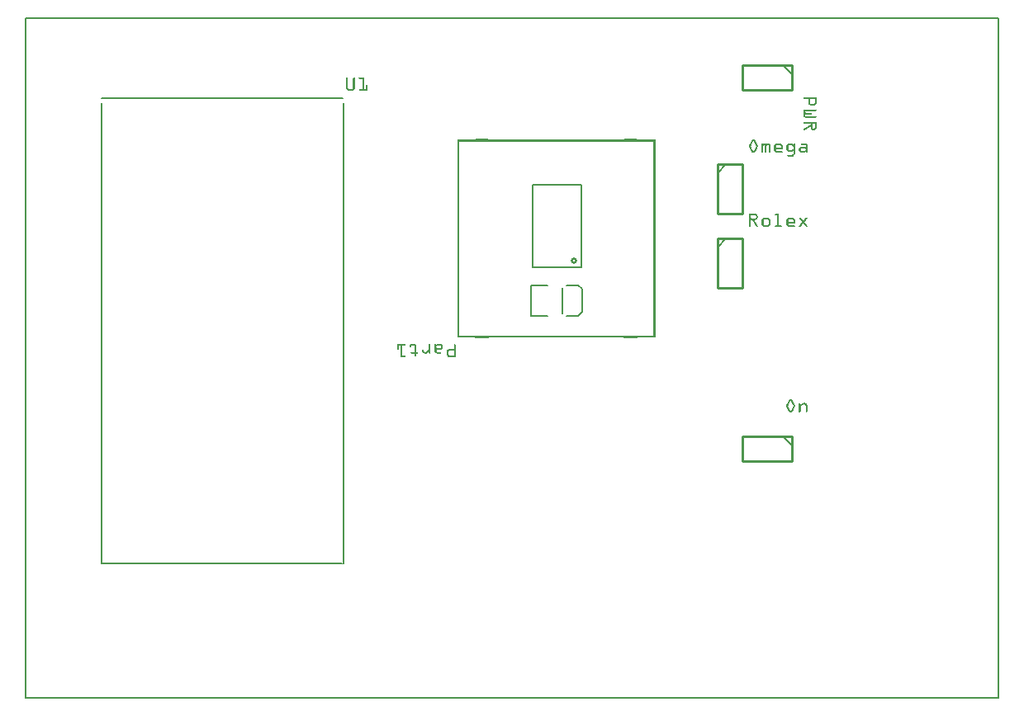
<source format=gto>
G04 MADE WITH FRITZING*
G04 WWW.FRITZING.ORG*
G04 SINGLE SIDED*
G04 HOLES NOT PLATED*
G04 CONTOUR ON CENTER OF CONTOUR VECTOR*
%ASAXBY*%
%FSLAX23Y23*%
%MOIN*%
%OFA0B0*%
%SFA1.0B1.0*%
%ADD10C,0.025567X0.00956692*%
%ADD11R,3.937010X2.755910X3.921010X2.739910*%
%ADD12C,0.008000*%
%ADD13C,0.007960*%
%ADD14C,0.010000*%
%ADD15C,0.005000*%
%ADD16R,0.001000X0.001000*%
%LNSILK1*%
G90*
G70*
G54D10*
X2218Y1770D03*
G54D12*
X4Y2752D02*
X3933Y2752D01*
X3933Y4D01*
X4Y4D01*
X4Y2752D01*
D02*
X2113Y1547D02*
X2046Y1547D01*
D02*
X2046Y1547D02*
X2046Y1671D01*
D02*
X2046Y1671D02*
X2113Y1671D01*
D02*
X2188Y1549D02*
X2235Y1549D01*
D02*
X2235Y1549D02*
X2251Y1563D01*
D02*
X2251Y1563D02*
X2251Y1659D01*
D02*
X2251Y1659D02*
X2235Y1671D01*
D02*
X2235Y1671D02*
X2188Y1671D01*
D02*
X2235Y1671D02*
X2188Y1671D01*
D02*
X2172Y1661D02*
X2172Y1559D01*
D02*
X2473Y2260D02*
X2423Y2260D01*
D02*
X2473Y1460D02*
X2423Y1460D01*
D02*
X1823Y1460D02*
X1873Y1460D01*
D02*
X1823Y2260D02*
X1873Y2260D01*
D02*
X2050Y1743D02*
X2050Y2077D01*
D02*
X2050Y2077D02*
X2247Y2077D01*
D02*
X2247Y2077D02*
X2247Y1743D01*
D02*
X2247Y1743D02*
X2050Y1743D01*
G54D13*
D02*
X312Y2407D02*
X312Y547D01*
D02*
X1287Y547D02*
X1287Y2407D01*
D02*
X312Y547D02*
X1282Y547D01*
D02*
X312Y2428D02*
X1284Y2428D01*
G54D14*
D02*
X2798Y2160D02*
X2798Y1960D01*
D02*
X2798Y1960D02*
X2898Y1960D01*
D02*
X2898Y1960D02*
X2898Y2160D01*
D02*
X2898Y2160D02*
X2798Y2160D01*
G54D15*
D02*
X2798Y2125D02*
X2833Y2160D01*
G54D14*
D02*
X2798Y1860D02*
X2798Y1660D01*
D02*
X2798Y1660D02*
X2898Y1660D01*
D02*
X2898Y1660D02*
X2898Y1860D01*
D02*
X2898Y1860D02*
X2798Y1860D01*
G54D15*
D02*
X2798Y1825D02*
X2833Y1860D01*
G54D14*
D02*
X3098Y2560D02*
X2898Y2560D01*
D02*
X2898Y2560D02*
X2898Y2460D01*
D02*
X2898Y2460D02*
X3098Y2460D01*
D02*
X3098Y2460D02*
X3098Y2560D01*
G54D15*
D02*
X3063Y2560D02*
X3098Y2525D01*
G54D14*
D02*
X3098Y1060D02*
X2898Y1060D01*
D02*
X2898Y1060D02*
X2898Y960D01*
D02*
X2898Y960D02*
X3098Y960D01*
D02*
X3098Y960D02*
X3098Y1060D01*
G54D15*
D02*
X3063Y1060D02*
X3098Y1025D01*
G54D16*
X1301Y2511D02*
X1305Y2511D01*
X1329Y2511D02*
X1332Y2511D01*
X1351Y2511D02*
X1370Y2511D01*
X1300Y2510D02*
X1306Y2510D01*
X1328Y2510D02*
X1333Y2510D01*
X1351Y2510D02*
X1370Y2510D01*
X1300Y2509D02*
X1306Y2509D01*
X1328Y2509D02*
X1333Y2509D01*
X1350Y2509D02*
X1370Y2509D01*
X1300Y2508D02*
X1306Y2508D01*
X1327Y2508D02*
X1334Y2508D01*
X1350Y2508D02*
X1370Y2508D01*
X1300Y2507D02*
X1306Y2507D01*
X1327Y2507D02*
X1334Y2507D01*
X1351Y2507D02*
X1370Y2507D01*
X1300Y2506D02*
X1306Y2506D01*
X1327Y2506D02*
X1334Y2506D01*
X1351Y2506D02*
X1370Y2506D01*
X1300Y2505D02*
X1306Y2505D01*
X1327Y2505D02*
X1334Y2505D01*
X1353Y2505D02*
X1370Y2505D01*
X1300Y2504D02*
X1306Y2504D01*
X1327Y2504D02*
X1334Y2504D01*
X1364Y2504D02*
X1370Y2504D01*
X1300Y2503D02*
X1306Y2503D01*
X1327Y2503D02*
X1334Y2503D01*
X1364Y2503D02*
X1370Y2503D01*
X1300Y2502D02*
X1306Y2502D01*
X1327Y2502D02*
X1334Y2502D01*
X1364Y2502D02*
X1370Y2502D01*
X1300Y2501D02*
X1306Y2501D01*
X1327Y2501D02*
X1334Y2501D01*
X1364Y2501D02*
X1370Y2501D01*
X1300Y2500D02*
X1306Y2500D01*
X1327Y2500D02*
X1334Y2500D01*
X1364Y2500D02*
X1370Y2500D01*
X1300Y2499D02*
X1306Y2499D01*
X1327Y2499D02*
X1334Y2499D01*
X1364Y2499D02*
X1370Y2499D01*
X1300Y2498D02*
X1306Y2498D01*
X1327Y2498D02*
X1334Y2498D01*
X1364Y2498D02*
X1370Y2498D01*
X1300Y2497D02*
X1306Y2497D01*
X1327Y2497D02*
X1334Y2497D01*
X1364Y2497D02*
X1370Y2497D01*
X1300Y2496D02*
X1306Y2496D01*
X1327Y2496D02*
X1334Y2496D01*
X1364Y2496D02*
X1370Y2496D01*
X1300Y2495D02*
X1306Y2495D01*
X1327Y2495D02*
X1334Y2495D01*
X1364Y2495D02*
X1370Y2495D01*
X1300Y2494D02*
X1306Y2494D01*
X1327Y2494D02*
X1334Y2494D01*
X1364Y2494D02*
X1370Y2494D01*
X1300Y2493D02*
X1306Y2493D01*
X1327Y2493D02*
X1334Y2493D01*
X1364Y2493D02*
X1370Y2493D01*
X1300Y2492D02*
X1306Y2492D01*
X1327Y2492D02*
X1334Y2492D01*
X1364Y2492D02*
X1370Y2492D01*
X1300Y2491D02*
X1306Y2491D01*
X1327Y2491D02*
X1334Y2491D01*
X1364Y2491D02*
X1370Y2491D01*
X1300Y2490D02*
X1306Y2490D01*
X1327Y2490D02*
X1334Y2490D01*
X1364Y2490D02*
X1370Y2490D01*
X1300Y2489D02*
X1306Y2489D01*
X1327Y2489D02*
X1334Y2489D01*
X1364Y2489D02*
X1370Y2489D01*
X1300Y2488D02*
X1306Y2488D01*
X1327Y2488D02*
X1334Y2488D01*
X1364Y2488D02*
X1370Y2488D01*
X1300Y2487D02*
X1306Y2487D01*
X1327Y2487D02*
X1334Y2487D01*
X1364Y2487D02*
X1370Y2487D01*
X1300Y2486D02*
X1306Y2486D01*
X1327Y2486D02*
X1334Y2486D01*
X1364Y2486D02*
X1370Y2486D01*
X1300Y2485D02*
X1306Y2485D01*
X1327Y2485D02*
X1334Y2485D01*
X1364Y2485D02*
X1370Y2485D01*
X1300Y2484D02*
X1306Y2484D01*
X1327Y2484D02*
X1334Y2484D01*
X1364Y2484D02*
X1370Y2484D01*
X1300Y2483D02*
X1306Y2483D01*
X1327Y2483D02*
X1334Y2483D01*
X1364Y2483D02*
X1370Y2483D01*
X1300Y2482D02*
X1306Y2482D01*
X1327Y2482D02*
X1334Y2482D01*
X1364Y2482D02*
X1370Y2482D01*
X1379Y2482D02*
X1382Y2482D01*
X1300Y2481D02*
X1306Y2481D01*
X1327Y2481D02*
X1334Y2481D01*
X1364Y2481D02*
X1370Y2481D01*
X1378Y2481D02*
X1383Y2481D01*
X1300Y2480D02*
X1306Y2480D01*
X1327Y2480D02*
X1334Y2480D01*
X1364Y2480D02*
X1370Y2480D01*
X1378Y2480D02*
X1384Y2480D01*
X1300Y2479D02*
X1306Y2479D01*
X1327Y2479D02*
X1334Y2479D01*
X1364Y2479D02*
X1370Y2479D01*
X1378Y2479D02*
X1384Y2479D01*
X1300Y2478D02*
X1306Y2478D01*
X1327Y2478D02*
X1334Y2478D01*
X1364Y2478D02*
X1370Y2478D01*
X1378Y2478D02*
X1384Y2478D01*
X1300Y2477D02*
X1306Y2477D01*
X1327Y2477D02*
X1334Y2477D01*
X1364Y2477D02*
X1370Y2477D01*
X1378Y2477D02*
X1384Y2477D01*
X1300Y2476D02*
X1306Y2476D01*
X1327Y2476D02*
X1334Y2476D01*
X1364Y2476D02*
X1370Y2476D01*
X1378Y2476D02*
X1384Y2476D01*
X1300Y2475D02*
X1306Y2475D01*
X1327Y2475D02*
X1334Y2475D01*
X1364Y2475D02*
X1370Y2475D01*
X1378Y2475D02*
X1384Y2475D01*
X1300Y2474D02*
X1306Y2474D01*
X1327Y2474D02*
X1334Y2474D01*
X1364Y2474D02*
X1370Y2474D01*
X1378Y2474D02*
X1384Y2474D01*
X1300Y2473D02*
X1306Y2473D01*
X1327Y2473D02*
X1334Y2473D01*
X1364Y2473D02*
X1370Y2473D01*
X1378Y2473D02*
X1384Y2473D01*
X1300Y2472D02*
X1306Y2472D01*
X1327Y2472D02*
X1334Y2472D01*
X1364Y2472D02*
X1370Y2472D01*
X1378Y2472D02*
X1384Y2472D01*
X1300Y2471D02*
X1306Y2471D01*
X1327Y2471D02*
X1334Y2471D01*
X1364Y2471D02*
X1370Y2471D01*
X1378Y2471D02*
X1384Y2471D01*
X1300Y2470D02*
X1306Y2470D01*
X1327Y2470D02*
X1334Y2470D01*
X1364Y2470D02*
X1370Y2470D01*
X1378Y2470D02*
X1384Y2470D01*
X1300Y2469D02*
X1306Y2469D01*
X1327Y2469D02*
X1334Y2469D01*
X1364Y2469D02*
X1370Y2469D01*
X1378Y2469D02*
X1384Y2469D01*
X1300Y2468D02*
X1306Y2468D01*
X1327Y2468D02*
X1333Y2468D01*
X1364Y2468D02*
X1370Y2468D01*
X1378Y2468D02*
X1384Y2468D01*
X1300Y2467D02*
X1306Y2467D01*
X1327Y2467D02*
X1333Y2467D01*
X1364Y2467D02*
X1370Y2467D01*
X1378Y2467D02*
X1384Y2467D01*
X1300Y2466D02*
X1307Y2466D01*
X1326Y2466D02*
X1333Y2466D01*
X1364Y2466D02*
X1370Y2466D01*
X1378Y2466D02*
X1384Y2466D01*
X1300Y2465D02*
X1309Y2465D01*
X1325Y2465D02*
X1333Y2465D01*
X1364Y2465D02*
X1370Y2465D01*
X1377Y2465D02*
X1384Y2465D01*
X1301Y2464D02*
X1333Y2464D01*
X1351Y2464D02*
X1384Y2464D01*
X1301Y2463D02*
X1332Y2463D01*
X1351Y2463D02*
X1384Y2463D01*
X1302Y2462D02*
X1331Y2462D01*
X1350Y2462D02*
X1384Y2462D01*
X1303Y2461D02*
X1330Y2461D01*
X1350Y2461D02*
X1384Y2461D01*
X1304Y2460D02*
X1329Y2460D01*
X1350Y2460D02*
X1383Y2460D01*
X1306Y2459D02*
X1328Y2459D01*
X1351Y2459D02*
X1383Y2459D01*
X1309Y2458D02*
X1325Y2458D01*
X1353Y2458D02*
X1381Y2458D01*
X3146Y2432D02*
X3197Y2432D01*
X3145Y2431D02*
X3197Y2431D01*
X3144Y2430D02*
X3197Y2430D01*
X3144Y2429D02*
X3197Y2429D01*
X3144Y2428D02*
X3197Y2428D01*
X3145Y2427D02*
X3197Y2427D01*
X3146Y2426D02*
X3197Y2426D01*
X3165Y2425D02*
X3171Y2425D01*
X3191Y2425D02*
X3197Y2425D01*
X3165Y2424D02*
X3171Y2424D01*
X3191Y2424D02*
X3197Y2424D01*
X3165Y2423D02*
X3171Y2423D01*
X3191Y2423D02*
X3197Y2423D01*
X3165Y2422D02*
X3171Y2422D01*
X3191Y2422D02*
X3197Y2422D01*
X3165Y2421D02*
X3171Y2421D01*
X3191Y2421D02*
X3197Y2421D01*
X3165Y2420D02*
X3171Y2420D01*
X3191Y2420D02*
X3197Y2420D01*
X3165Y2419D02*
X3171Y2419D01*
X3191Y2419D02*
X3197Y2419D01*
X3165Y2418D02*
X3171Y2418D01*
X3191Y2418D02*
X3197Y2418D01*
X3165Y2417D02*
X3171Y2417D01*
X3191Y2417D02*
X3197Y2417D01*
X3165Y2416D02*
X3171Y2416D01*
X3191Y2416D02*
X3197Y2416D01*
X3165Y2415D02*
X3171Y2415D01*
X3191Y2415D02*
X3197Y2415D01*
X3165Y2414D02*
X3171Y2414D01*
X3191Y2414D02*
X3197Y2414D01*
X3165Y2413D02*
X3171Y2413D01*
X3191Y2413D02*
X3197Y2413D01*
X3165Y2412D02*
X3171Y2412D01*
X3191Y2412D02*
X3197Y2412D01*
X3165Y2411D02*
X3171Y2411D01*
X3191Y2411D02*
X3197Y2411D01*
X3165Y2410D02*
X3171Y2410D01*
X3191Y2410D02*
X3197Y2410D01*
X3165Y2409D02*
X3171Y2409D01*
X3191Y2409D02*
X3197Y2409D01*
X3165Y2408D02*
X3171Y2408D01*
X3191Y2408D02*
X3197Y2408D01*
X3165Y2407D02*
X3171Y2407D01*
X3191Y2407D02*
X3197Y2407D01*
X3165Y2406D02*
X3172Y2406D01*
X3190Y2406D02*
X3197Y2406D01*
X3165Y2405D02*
X3197Y2405D01*
X3166Y2404D02*
X3196Y2404D01*
X3166Y2403D02*
X3196Y2403D01*
X3167Y2402D02*
X3195Y2402D01*
X3168Y2401D02*
X3194Y2401D01*
X3169Y2400D02*
X3193Y2400D01*
X3171Y2399D02*
X3191Y2399D01*
X3152Y2382D02*
X3195Y2382D01*
X3150Y2381D02*
X3197Y2381D01*
X3148Y2380D02*
X3197Y2380D01*
X3147Y2379D02*
X3197Y2379D01*
X3145Y2378D02*
X3197Y2378D01*
X3144Y2377D02*
X3197Y2377D01*
X3144Y2376D02*
X3196Y2376D01*
X3144Y2375D02*
X3153Y2375D01*
X3144Y2374D02*
X3151Y2374D01*
X3144Y2373D02*
X3150Y2373D01*
X3144Y2372D02*
X3150Y2372D01*
X3144Y2371D02*
X3150Y2371D01*
X3144Y2370D02*
X3151Y2370D01*
X3144Y2369D02*
X3153Y2369D01*
X3144Y2368D02*
X3178Y2368D01*
X3145Y2367D02*
X3179Y2367D01*
X3146Y2366D02*
X3179Y2366D01*
X3146Y2365D02*
X3180Y2365D01*
X3145Y2364D02*
X3179Y2364D01*
X3144Y2363D02*
X3179Y2363D01*
X3144Y2362D02*
X3177Y2362D01*
X3144Y2361D02*
X3152Y2361D01*
X3144Y2360D02*
X3151Y2360D01*
X3144Y2359D02*
X3150Y2359D01*
X3144Y2358D02*
X3150Y2358D01*
X3144Y2357D02*
X3150Y2357D01*
X3144Y2356D02*
X3152Y2356D01*
X3144Y2355D02*
X3153Y2355D01*
X3144Y2354D02*
X3196Y2354D01*
X3145Y2353D02*
X3197Y2353D01*
X3146Y2352D02*
X3197Y2352D01*
X3147Y2351D02*
X3197Y2351D01*
X3149Y2350D02*
X3197Y2350D01*
X3151Y2349D02*
X3196Y2349D01*
X3152Y2348D02*
X3194Y2348D01*
X3146Y2332D02*
X3197Y2332D01*
X3145Y2331D02*
X3197Y2331D01*
X3144Y2330D02*
X3197Y2330D01*
X3144Y2329D02*
X3197Y2329D01*
X3144Y2328D02*
X3197Y2328D01*
X3145Y2327D02*
X3197Y2327D01*
X3146Y2326D02*
X3197Y2326D01*
X3173Y2325D02*
X3180Y2325D01*
X3191Y2325D02*
X3197Y2325D01*
X3174Y2324D02*
X3180Y2324D01*
X3191Y2324D02*
X3197Y2324D01*
X3174Y2323D02*
X3180Y2323D01*
X3191Y2323D02*
X3197Y2323D01*
X3174Y2322D02*
X3180Y2322D01*
X3191Y2322D02*
X3197Y2322D01*
X3174Y2321D02*
X3180Y2321D01*
X3191Y2321D02*
X3197Y2321D01*
X3173Y2320D02*
X3180Y2320D01*
X3191Y2320D02*
X3197Y2320D01*
X3171Y2319D02*
X3180Y2319D01*
X3191Y2319D02*
X3197Y2319D01*
X3169Y2318D02*
X3180Y2318D01*
X3191Y2318D02*
X3197Y2318D01*
X3168Y2317D02*
X3180Y2317D01*
X3191Y2317D02*
X3197Y2317D01*
X3166Y2316D02*
X3180Y2316D01*
X3191Y2316D02*
X3197Y2316D01*
X3164Y2315D02*
X3180Y2315D01*
X3191Y2315D02*
X3197Y2315D01*
X3162Y2314D02*
X3180Y2314D01*
X3191Y2314D02*
X3197Y2314D01*
X3161Y2313D02*
X3180Y2313D01*
X3191Y2313D02*
X3197Y2313D01*
X3159Y2312D02*
X3180Y2312D01*
X3191Y2312D02*
X3197Y2312D01*
X3157Y2311D02*
X3170Y2311D01*
X3174Y2311D02*
X3180Y2311D01*
X3191Y2311D02*
X3197Y2311D01*
X3156Y2310D02*
X3169Y2310D01*
X3174Y2310D02*
X3180Y2310D01*
X3191Y2310D02*
X3197Y2310D01*
X3154Y2309D02*
X3167Y2309D01*
X3174Y2309D02*
X3180Y2309D01*
X3191Y2309D02*
X3197Y2309D01*
X3152Y2308D02*
X3165Y2308D01*
X3174Y2308D02*
X3180Y2308D01*
X3191Y2308D02*
X3197Y2308D01*
X3150Y2307D02*
X3163Y2307D01*
X3174Y2307D02*
X3180Y2307D01*
X3191Y2307D02*
X3197Y2307D01*
X3149Y2306D02*
X3162Y2306D01*
X3174Y2306D02*
X3181Y2306D01*
X3190Y2306D02*
X3197Y2306D01*
X3147Y2305D02*
X3160Y2305D01*
X3174Y2305D02*
X3182Y2305D01*
X3189Y2305D02*
X3197Y2305D01*
X3146Y2304D02*
X3158Y2304D01*
X3175Y2304D02*
X3196Y2304D01*
X3145Y2303D02*
X3157Y2303D01*
X3175Y2303D02*
X3196Y2303D01*
X3144Y2302D02*
X3155Y2302D01*
X3176Y2302D02*
X3195Y2302D01*
X3144Y2301D02*
X3153Y2301D01*
X3177Y2301D02*
X3194Y2301D01*
X3144Y2300D02*
X3151Y2300D01*
X3178Y2300D02*
X3193Y2300D01*
X3145Y2299D02*
X3150Y2299D01*
X3179Y2299D02*
X3192Y2299D01*
X3146Y2298D02*
X3148Y2298D01*
X3182Y2298D02*
X3189Y2298D01*
X1748Y2260D02*
X2547Y2260D01*
X2941Y2260D02*
X2945Y2260D01*
X1748Y2259D02*
X2547Y2259D01*
X2939Y2259D02*
X2947Y2259D01*
X1748Y2258D02*
X2547Y2258D01*
X2937Y2258D02*
X2949Y2258D01*
X1748Y2257D02*
X2547Y2257D01*
X2936Y2257D02*
X2950Y2257D01*
X1748Y2256D02*
X2547Y2256D01*
X2936Y2256D02*
X2950Y2256D01*
X1748Y2255D02*
X2547Y2255D01*
X2935Y2255D02*
X2951Y2255D01*
X1748Y2254D02*
X2547Y2254D01*
X2935Y2254D02*
X2951Y2254D01*
X1748Y2253D02*
X2547Y2253D01*
X2934Y2253D02*
X2941Y2253D01*
X2945Y2253D02*
X2952Y2253D01*
X1748Y2252D02*
X1755Y2252D01*
X2540Y2252D02*
X2547Y2252D01*
X2934Y2252D02*
X2941Y2252D01*
X2945Y2252D02*
X2952Y2252D01*
X1748Y2251D02*
X1755Y2251D01*
X2540Y2251D02*
X2547Y2251D01*
X2933Y2251D02*
X2940Y2251D01*
X2946Y2251D02*
X2953Y2251D01*
X1748Y2250D02*
X1755Y2250D01*
X2540Y2250D02*
X2547Y2250D01*
X2933Y2250D02*
X2940Y2250D01*
X2946Y2250D02*
X2953Y2250D01*
X1748Y2249D02*
X1755Y2249D01*
X2540Y2249D02*
X2547Y2249D01*
X2932Y2249D02*
X2939Y2249D01*
X2947Y2249D02*
X2954Y2249D01*
X1748Y2248D02*
X1755Y2248D01*
X2540Y2248D02*
X2547Y2248D01*
X2932Y2248D02*
X2939Y2248D01*
X2947Y2248D02*
X2954Y2248D01*
X1748Y2247D02*
X1755Y2247D01*
X2540Y2247D02*
X2547Y2247D01*
X2931Y2247D02*
X2938Y2247D01*
X2948Y2247D02*
X2955Y2247D01*
X1748Y2246D02*
X1755Y2246D01*
X2540Y2246D02*
X2547Y2246D01*
X2931Y2246D02*
X2938Y2246D01*
X2949Y2246D02*
X2955Y2246D01*
X1748Y2245D02*
X1755Y2245D01*
X2540Y2245D02*
X2547Y2245D01*
X2930Y2245D02*
X2937Y2245D01*
X2949Y2245D02*
X2956Y2245D01*
X2977Y2245D02*
X2980Y2245D01*
X2985Y2245D02*
X2991Y2245D01*
X3000Y2245D02*
X3004Y2245D01*
X3036Y2245D02*
X3051Y2245D01*
X3086Y2245D02*
X3098Y2245D01*
X3106Y2245D02*
X3109Y2245D01*
X3135Y2245D02*
X3154Y2245D01*
X1748Y2244D02*
X1755Y2244D01*
X2540Y2244D02*
X2547Y2244D01*
X2930Y2244D02*
X2937Y2244D01*
X2950Y2244D02*
X2956Y2244D01*
X2976Y2244D02*
X2981Y2244D01*
X2984Y2244D02*
X2993Y2244D01*
X2998Y2244D02*
X3006Y2244D01*
X3034Y2244D02*
X3053Y2244D01*
X3084Y2244D02*
X3100Y2244D01*
X3105Y2244D02*
X3110Y2244D01*
X3135Y2244D02*
X3155Y2244D01*
X1748Y2243D02*
X1755Y2243D01*
X2540Y2243D02*
X2547Y2243D01*
X2929Y2243D02*
X2936Y2243D01*
X2950Y2243D02*
X2957Y2243D01*
X2976Y2243D02*
X2994Y2243D01*
X2996Y2243D02*
X3008Y2243D01*
X3033Y2243D02*
X3054Y2243D01*
X3083Y2243D02*
X3101Y2243D01*
X3105Y2243D02*
X3110Y2243D01*
X3134Y2243D02*
X3157Y2243D01*
X1748Y2242D02*
X1755Y2242D01*
X2540Y2242D02*
X2547Y2242D01*
X2929Y2242D02*
X2936Y2242D01*
X2951Y2242D02*
X2957Y2242D01*
X2976Y2242D02*
X3009Y2242D01*
X3031Y2242D02*
X3056Y2242D01*
X3082Y2242D02*
X3102Y2242D01*
X3104Y2242D02*
X3110Y2242D01*
X3134Y2242D02*
X3158Y2242D01*
X1748Y2241D02*
X1755Y2241D01*
X2540Y2241D02*
X2547Y2241D01*
X2928Y2241D02*
X2935Y2241D01*
X2951Y2241D02*
X2958Y2241D01*
X2976Y2241D02*
X3009Y2241D01*
X3030Y2241D02*
X3057Y2241D01*
X3080Y2241D02*
X3110Y2241D01*
X3134Y2241D02*
X3159Y2241D01*
X1748Y2240D02*
X1755Y2240D01*
X2540Y2240D02*
X2547Y2240D01*
X2928Y2240D02*
X2935Y2240D01*
X2952Y2240D02*
X2958Y2240D01*
X2976Y2240D02*
X3010Y2240D01*
X3029Y2240D02*
X3058Y2240D01*
X3079Y2240D02*
X3110Y2240D01*
X3135Y2240D02*
X3159Y2240D01*
X1748Y2239D02*
X1755Y2239D01*
X2540Y2239D02*
X2547Y2239D01*
X2927Y2239D02*
X2934Y2239D01*
X2952Y2239D02*
X2959Y2239D01*
X2976Y2239D02*
X3010Y2239D01*
X3029Y2239D02*
X3058Y2239D01*
X3079Y2239D02*
X3110Y2239D01*
X3136Y2239D02*
X3160Y2239D01*
X1748Y2238D02*
X1755Y2238D01*
X2540Y2238D02*
X2547Y2238D01*
X2927Y2238D02*
X2934Y2238D01*
X2953Y2238D02*
X2959Y2238D01*
X2976Y2238D02*
X2986Y2238D01*
X2990Y2238D02*
X3000Y2238D01*
X3004Y2238D02*
X3010Y2238D01*
X3028Y2238D02*
X3037Y2238D01*
X3050Y2238D02*
X3059Y2238D01*
X3078Y2238D02*
X3087Y2238D01*
X3097Y2238D02*
X3110Y2238D01*
X3152Y2238D02*
X3160Y2238D01*
X1748Y2237D02*
X1755Y2237D01*
X2540Y2237D02*
X2547Y2237D01*
X2927Y2237D02*
X2933Y2237D01*
X2953Y2237D02*
X2959Y2237D01*
X2976Y2237D02*
X2985Y2237D01*
X2990Y2237D02*
X2999Y2237D01*
X3004Y2237D02*
X3010Y2237D01*
X3028Y2237D02*
X3035Y2237D01*
X3052Y2237D02*
X3060Y2237D01*
X3078Y2237D02*
X3085Y2237D01*
X3098Y2237D02*
X3110Y2237D01*
X3153Y2237D02*
X3160Y2237D01*
X1748Y2236D02*
X1755Y2236D01*
X2540Y2236D02*
X2547Y2236D01*
X2927Y2236D02*
X2933Y2236D01*
X2953Y2236D02*
X2960Y2236D01*
X2976Y2236D02*
X2984Y2236D01*
X2990Y2236D02*
X2998Y2236D01*
X3004Y2236D02*
X3010Y2236D01*
X3027Y2236D02*
X3034Y2236D01*
X3053Y2236D02*
X3060Y2236D01*
X3077Y2236D02*
X3084Y2236D01*
X3099Y2236D02*
X3110Y2236D01*
X3154Y2236D02*
X3160Y2236D01*
X1748Y2235D02*
X1755Y2235D01*
X2540Y2235D02*
X2547Y2235D01*
X2926Y2235D02*
X2932Y2235D01*
X2954Y2235D02*
X2960Y2235D01*
X2976Y2235D02*
X2983Y2235D01*
X2990Y2235D02*
X2997Y2235D01*
X3004Y2235D02*
X3010Y2235D01*
X3027Y2235D02*
X3033Y2235D01*
X3054Y2235D02*
X3060Y2235D01*
X3077Y2235D02*
X3084Y2235D01*
X3101Y2235D02*
X3110Y2235D01*
X3154Y2235D02*
X3160Y2235D01*
X1748Y2234D02*
X1755Y2234D01*
X2540Y2234D02*
X2547Y2234D01*
X2926Y2234D02*
X2932Y2234D01*
X2954Y2234D02*
X2960Y2234D01*
X2976Y2234D02*
X2982Y2234D01*
X2990Y2234D02*
X2996Y2234D01*
X3004Y2234D02*
X3010Y2234D01*
X3027Y2234D02*
X3033Y2234D01*
X3054Y2234D02*
X3060Y2234D01*
X3077Y2234D02*
X3083Y2234D01*
X3102Y2234D02*
X3110Y2234D01*
X3154Y2234D02*
X3160Y2234D01*
X1748Y2233D02*
X1755Y2233D01*
X2540Y2233D02*
X2547Y2233D01*
X2926Y2233D02*
X2932Y2233D01*
X2954Y2233D02*
X2960Y2233D01*
X2976Y2233D02*
X2982Y2233D01*
X2990Y2233D02*
X2996Y2233D01*
X3004Y2233D02*
X3010Y2233D01*
X3027Y2233D02*
X3033Y2233D01*
X3054Y2233D02*
X3060Y2233D01*
X3077Y2233D02*
X3083Y2233D01*
X3103Y2233D02*
X3110Y2233D01*
X3154Y2233D02*
X3160Y2233D01*
X1748Y2232D02*
X1755Y2232D01*
X2540Y2232D02*
X2547Y2232D01*
X2926Y2232D02*
X2932Y2232D01*
X2954Y2232D02*
X2960Y2232D01*
X2976Y2232D02*
X2982Y2232D01*
X2990Y2232D02*
X2996Y2232D01*
X3004Y2232D02*
X3010Y2232D01*
X3027Y2232D02*
X3033Y2232D01*
X3054Y2232D02*
X3060Y2232D01*
X3077Y2232D02*
X3083Y2232D01*
X3104Y2232D02*
X3110Y2232D01*
X3154Y2232D02*
X3160Y2232D01*
X1748Y2231D02*
X1755Y2231D01*
X2540Y2231D02*
X2547Y2231D01*
X2926Y2231D02*
X2933Y2231D01*
X2953Y2231D02*
X2960Y2231D01*
X2976Y2231D02*
X2982Y2231D01*
X2990Y2231D02*
X2996Y2231D01*
X3004Y2231D02*
X3010Y2231D01*
X3027Y2231D02*
X3033Y2231D01*
X3054Y2231D02*
X3060Y2231D01*
X3077Y2231D02*
X3083Y2231D01*
X3104Y2231D02*
X3110Y2231D01*
X3138Y2231D02*
X3150Y2231D01*
X3154Y2231D02*
X3160Y2231D01*
X1748Y2230D02*
X1755Y2230D01*
X2540Y2230D02*
X2547Y2230D01*
X2927Y2230D02*
X2933Y2230D01*
X2953Y2230D02*
X2959Y2230D01*
X2976Y2230D02*
X2982Y2230D01*
X2990Y2230D02*
X2996Y2230D01*
X3004Y2230D02*
X3010Y2230D01*
X3027Y2230D02*
X3033Y2230D01*
X3054Y2230D02*
X3060Y2230D01*
X3077Y2230D02*
X3083Y2230D01*
X3104Y2230D02*
X3110Y2230D01*
X3133Y2230D02*
X3160Y2230D01*
X1748Y2229D02*
X1755Y2229D01*
X2540Y2229D02*
X2547Y2229D01*
X2927Y2229D02*
X2933Y2229D01*
X2953Y2229D02*
X2959Y2229D01*
X2976Y2229D02*
X2982Y2229D01*
X2990Y2229D02*
X2996Y2229D01*
X3004Y2229D02*
X3010Y2229D01*
X3027Y2229D02*
X3033Y2229D01*
X3054Y2229D02*
X3060Y2229D01*
X3077Y2229D02*
X3083Y2229D01*
X3104Y2229D02*
X3110Y2229D01*
X3131Y2229D02*
X3160Y2229D01*
X1748Y2228D02*
X1755Y2228D01*
X2540Y2228D02*
X2547Y2228D01*
X2927Y2228D02*
X2934Y2228D01*
X2952Y2228D02*
X2959Y2228D01*
X2976Y2228D02*
X2982Y2228D01*
X2990Y2228D02*
X2996Y2228D01*
X3004Y2228D02*
X3010Y2228D01*
X3027Y2228D02*
X3060Y2228D01*
X3077Y2228D02*
X3083Y2228D01*
X3104Y2228D02*
X3110Y2228D01*
X3130Y2228D02*
X3160Y2228D01*
X1748Y2227D02*
X1755Y2227D01*
X2540Y2227D02*
X2547Y2227D01*
X2928Y2227D02*
X2934Y2227D01*
X2952Y2227D02*
X2958Y2227D01*
X2976Y2227D02*
X2982Y2227D01*
X2990Y2227D02*
X2996Y2227D01*
X3004Y2227D02*
X3010Y2227D01*
X3027Y2227D02*
X3060Y2227D01*
X3077Y2227D02*
X3083Y2227D01*
X3104Y2227D02*
X3110Y2227D01*
X3129Y2227D02*
X3160Y2227D01*
X1748Y2226D02*
X1755Y2226D01*
X2540Y2226D02*
X2547Y2226D01*
X2928Y2226D02*
X2935Y2226D01*
X2951Y2226D02*
X2958Y2226D01*
X2976Y2226D02*
X2982Y2226D01*
X2990Y2226D02*
X2996Y2226D01*
X3004Y2226D02*
X3010Y2226D01*
X3027Y2226D02*
X3060Y2226D01*
X3077Y2226D02*
X3083Y2226D01*
X3104Y2226D02*
X3110Y2226D01*
X3129Y2226D02*
X3160Y2226D01*
X1748Y2225D02*
X1755Y2225D01*
X2540Y2225D02*
X2547Y2225D01*
X2929Y2225D02*
X2935Y2225D01*
X2951Y2225D02*
X2958Y2225D01*
X2976Y2225D02*
X2982Y2225D01*
X2990Y2225D02*
X2996Y2225D01*
X3004Y2225D02*
X3010Y2225D01*
X3027Y2225D02*
X3060Y2225D01*
X3077Y2225D02*
X3083Y2225D01*
X3104Y2225D02*
X3110Y2225D01*
X3128Y2225D02*
X3160Y2225D01*
X1748Y2224D02*
X1755Y2224D01*
X2540Y2224D02*
X2547Y2224D01*
X2929Y2224D02*
X2936Y2224D01*
X2950Y2224D02*
X2957Y2224D01*
X2976Y2224D02*
X2982Y2224D01*
X2990Y2224D02*
X2996Y2224D01*
X3004Y2224D02*
X3010Y2224D01*
X3027Y2224D02*
X3060Y2224D01*
X3077Y2224D02*
X3083Y2224D01*
X3104Y2224D02*
X3110Y2224D01*
X3128Y2224D02*
X3160Y2224D01*
X1748Y2223D02*
X1755Y2223D01*
X2540Y2223D02*
X2547Y2223D01*
X2930Y2223D02*
X2936Y2223D01*
X2950Y2223D02*
X2957Y2223D01*
X2976Y2223D02*
X2982Y2223D01*
X2990Y2223D02*
X2996Y2223D01*
X3004Y2223D02*
X3010Y2223D01*
X3027Y2223D02*
X3060Y2223D01*
X3077Y2223D02*
X3083Y2223D01*
X3104Y2223D02*
X3110Y2223D01*
X3127Y2223D02*
X3134Y2223D01*
X3153Y2223D02*
X3160Y2223D01*
X1748Y2222D02*
X1755Y2222D01*
X2540Y2222D02*
X2547Y2222D01*
X2930Y2222D02*
X2937Y2222D01*
X2949Y2222D02*
X2956Y2222D01*
X2976Y2222D02*
X2982Y2222D01*
X2990Y2222D02*
X2996Y2222D01*
X3004Y2222D02*
X3010Y2222D01*
X3027Y2222D02*
X3059Y2222D01*
X3077Y2222D02*
X3083Y2222D01*
X3103Y2222D02*
X3110Y2222D01*
X3127Y2222D02*
X3133Y2222D01*
X3154Y2222D02*
X3160Y2222D01*
X1748Y2221D02*
X1755Y2221D01*
X2540Y2221D02*
X2547Y2221D01*
X2931Y2221D02*
X2937Y2221D01*
X2949Y2221D02*
X2956Y2221D01*
X2976Y2221D02*
X2982Y2221D01*
X2990Y2221D02*
X2996Y2221D01*
X3004Y2221D02*
X3010Y2221D01*
X3027Y2221D02*
X3056Y2221D01*
X3077Y2221D02*
X3083Y2221D01*
X3102Y2221D02*
X3110Y2221D01*
X3127Y2221D02*
X3133Y2221D01*
X3154Y2221D02*
X3160Y2221D01*
X1748Y2220D02*
X1755Y2220D01*
X2540Y2220D02*
X2547Y2220D01*
X2931Y2220D02*
X2938Y2220D01*
X2948Y2220D02*
X2955Y2220D01*
X2976Y2220D02*
X2982Y2220D01*
X2990Y2220D02*
X2996Y2220D01*
X3004Y2220D02*
X3010Y2220D01*
X3027Y2220D02*
X3033Y2220D01*
X3077Y2220D02*
X3083Y2220D01*
X3101Y2220D02*
X3110Y2220D01*
X3127Y2220D02*
X3133Y2220D01*
X3154Y2220D02*
X3160Y2220D01*
X1748Y2219D02*
X1755Y2219D01*
X2540Y2219D02*
X2547Y2219D01*
X2932Y2219D02*
X2938Y2219D01*
X2948Y2219D02*
X2955Y2219D01*
X2976Y2219D02*
X2982Y2219D01*
X2990Y2219D02*
X2996Y2219D01*
X3004Y2219D02*
X3010Y2219D01*
X3027Y2219D02*
X3033Y2219D01*
X3077Y2219D02*
X3084Y2219D01*
X3100Y2219D02*
X3110Y2219D01*
X3127Y2219D02*
X3133Y2219D01*
X3154Y2219D02*
X3160Y2219D01*
X1748Y2218D02*
X1755Y2218D01*
X2540Y2218D02*
X2547Y2218D01*
X2932Y2218D02*
X2939Y2218D01*
X2947Y2218D02*
X2954Y2218D01*
X2976Y2218D02*
X2982Y2218D01*
X2990Y2218D02*
X2996Y2218D01*
X3004Y2218D02*
X3010Y2218D01*
X3027Y2218D02*
X3033Y2218D01*
X3078Y2218D02*
X3085Y2218D01*
X3098Y2218D02*
X3110Y2218D01*
X3127Y2218D02*
X3133Y2218D01*
X3154Y2218D02*
X3160Y2218D01*
X1748Y2217D02*
X1755Y2217D01*
X2540Y2217D02*
X2547Y2217D01*
X2933Y2217D02*
X2939Y2217D01*
X2947Y2217D02*
X2954Y2217D01*
X2976Y2217D02*
X2982Y2217D01*
X2990Y2217D02*
X2996Y2217D01*
X3004Y2217D02*
X3010Y2217D01*
X3027Y2217D02*
X3033Y2217D01*
X3078Y2217D02*
X3086Y2217D01*
X3097Y2217D02*
X3110Y2217D01*
X3127Y2217D02*
X3133Y2217D01*
X3153Y2217D02*
X3160Y2217D01*
X1748Y2216D02*
X1755Y2216D01*
X2540Y2216D02*
X2547Y2216D01*
X2933Y2216D02*
X2940Y2216D01*
X2946Y2216D02*
X2953Y2216D01*
X2976Y2216D02*
X2982Y2216D01*
X2990Y2216D02*
X2996Y2216D01*
X3004Y2216D02*
X3010Y2216D01*
X3027Y2216D02*
X3034Y2216D01*
X3079Y2216D02*
X3110Y2216D01*
X3127Y2216D02*
X3133Y2216D01*
X3151Y2216D02*
X3160Y2216D01*
X1748Y2215D02*
X1755Y2215D01*
X2540Y2215D02*
X2547Y2215D01*
X2934Y2215D02*
X2940Y2215D01*
X2946Y2215D02*
X2953Y2215D01*
X2976Y2215D02*
X2982Y2215D01*
X2990Y2215D02*
X2996Y2215D01*
X3004Y2215D02*
X3010Y2215D01*
X3027Y2215D02*
X3035Y2215D01*
X3079Y2215D02*
X3110Y2215D01*
X3127Y2215D02*
X3134Y2215D01*
X3150Y2215D02*
X3160Y2215D01*
X1748Y2214D02*
X1755Y2214D01*
X2540Y2214D02*
X2547Y2214D01*
X2934Y2214D02*
X2941Y2214D01*
X2945Y2214D02*
X2952Y2214D01*
X2976Y2214D02*
X2982Y2214D01*
X2990Y2214D02*
X2996Y2214D01*
X3004Y2214D02*
X3010Y2214D01*
X3028Y2214D02*
X3037Y2214D01*
X3080Y2214D02*
X3110Y2214D01*
X3127Y2214D02*
X3135Y2214D01*
X3148Y2214D02*
X3160Y2214D01*
X1748Y2213D02*
X1755Y2213D01*
X2540Y2213D02*
X2547Y2213D01*
X2935Y2213D02*
X2952Y2213D01*
X2976Y2213D02*
X2982Y2213D01*
X2990Y2213D02*
X2996Y2213D01*
X3004Y2213D02*
X3010Y2213D01*
X3028Y2213D02*
X3058Y2213D01*
X3082Y2213D02*
X3102Y2213D01*
X3104Y2213D02*
X3110Y2213D01*
X3128Y2213D02*
X3160Y2213D01*
X1748Y2212D02*
X1755Y2212D01*
X2540Y2212D02*
X2547Y2212D01*
X2935Y2212D02*
X2951Y2212D01*
X2976Y2212D02*
X2982Y2212D01*
X2990Y2212D02*
X2996Y2212D01*
X3004Y2212D02*
X3010Y2212D01*
X3029Y2212D02*
X3059Y2212D01*
X3083Y2212D02*
X3101Y2212D01*
X3104Y2212D02*
X3110Y2212D01*
X3128Y2212D02*
X3160Y2212D01*
X1748Y2211D02*
X1755Y2211D01*
X2540Y2211D02*
X2547Y2211D01*
X2936Y2211D02*
X2951Y2211D01*
X2976Y2211D02*
X2982Y2211D01*
X2990Y2211D02*
X2996Y2211D01*
X3004Y2211D02*
X3010Y2211D01*
X3030Y2211D02*
X3060Y2211D01*
X3084Y2211D02*
X3100Y2211D01*
X3104Y2211D02*
X3110Y2211D01*
X3129Y2211D02*
X3160Y2211D01*
X1748Y2210D02*
X1755Y2210D01*
X2540Y2210D02*
X2547Y2210D01*
X2936Y2210D02*
X2950Y2210D01*
X2976Y2210D02*
X2982Y2210D01*
X2990Y2210D02*
X2996Y2210D01*
X3004Y2210D02*
X3010Y2210D01*
X3031Y2210D02*
X3060Y2210D01*
X3086Y2210D02*
X3098Y2210D01*
X3104Y2210D02*
X3110Y2210D01*
X3130Y2210D02*
X3160Y2210D01*
X1748Y2209D02*
X1755Y2209D01*
X2540Y2209D02*
X2547Y2209D01*
X2937Y2209D02*
X2949Y2209D01*
X2976Y2209D02*
X2982Y2209D01*
X2990Y2209D02*
X2996Y2209D01*
X3004Y2209D02*
X3010Y2209D01*
X3032Y2209D02*
X3060Y2209D01*
X3104Y2209D02*
X3110Y2209D01*
X3131Y2209D02*
X3152Y2209D01*
X3155Y2209D02*
X3160Y2209D01*
X1748Y2208D02*
X1755Y2208D01*
X2540Y2208D02*
X2547Y2208D01*
X2938Y2208D02*
X2948Y2208D01*
X2976Y2208D02*
X2981Y2208D01*
X2991Y2208D02*
X2996Y2208D01*
X3005Y2208D02*
X3009Y2208D01*
X3034Y2208D02*
X3060Y2208D01*
X3104Y2208D02*
X3110Y2208D01*
X3132Y2208D02*
X3151Y2208D01*
X3155Y2208D02*
X3160Y2208D01*
X1748Y2207D02*
X1755Y2207D01*
X2540Y2207D02*
X2547Y2207D01*
X2940Y2207D02*
X2946Y2207D01*
X2977Y2207D02*
X2980Y2207D01*
X2992Y2207D02*
X2995Y2207D01*
X3006Y2207D02*
X3009Y2207D01*
X3036Y2207D02*
X3059Y2207D01*
X3104Y2207D02*
X3110Y2207D01*
X3134Y2207D02*
X3149Y2207D01*
X3156Y2207D02*
X3159Y2207D01*
X1748Y2206D02*
X1755Y2206D01*
X2540Y2206D02*
X2547Y2206D01*
X3104Y2206D02*
X3110Y2206D01*
X1748Y2205D02*
X1755Y2205D01*
X2540Y2205D02*
X2547Y2205D01*
X3104Y2205D02*
X3110Y2205D01*
X1748Y2204D02*
X1755Y2204D01*
X2540Y2204D02*
X2547Y2204D01*
X3104Y2204D02*
X3110Y2204D01*
X1748Y2203D02*
X1755Y2203D01*
X2540Y2203D02*
X2547Y2203D01*
X3104Y2203D02*
X3110Y2203D01*
X1748Y2202D02*
X1755Y2202D01*
X2540Y2202D02*
X2547Y2202D01*
X3104Y2202D02*
X3110Y2202D01*
X1748Y2201D02*
X1755Y2201D01*
X2540Y2201D02*
X2547Y2201D01*
X3103Y2201D02*
X3110Y2201D01*
X1748Y2200D02*
X1755Y2200D01*
X2540Y2200D02*
X2547Y2200D01*
X3101Y2200D02*
X3110Y2200D01*
X1748Y2199D02*
X1755Y2199D01*
X2540Y2199D02*
X2547Y2199D01*
X3100Y2199D02*
X3109Y2199D01*
X1748Y2198D02*
X1755Y2198D01*
X2540Y2198D02*
X2547Y2198D01*
X3082Y2198D02*
X3108Y2198D01*
X1748Y2197D02*
X1755Y2197D01*
X2540Y2197D02*
X2547Y2197D01*
X3081Y2197D02*
X3107Y2197D01*
X1748Y2196D02*
X1755Y2196D01*
X2540Y2196D02*
X2547Y2196D01*
X3080Y2196D02*
X3106Y2196D01*
X1748Y2195D02*
X1755Y2195D01*
X2540Y2195D02*
X2547Y2195D01*
X3080Y2195D02*
X3105Y2195D01*
X1748Y2194D02*
X1755Y2194D01*
X2540Y2194D02*
X2547Y2194D01*
X3081Y2194D02*
X3104Y2194D01*
X1748Y2193D02*
X1755Y2193D01*
X2540Y2193D02*
X2547Y2193D01*
X3081Y2193D02*
X3103Y2193D01*
X1748Y2192D02*
X1755Y2192D01*
X2540Y2192D02*
X2547Y2192D01*
X3082Y2192D02*
X3100Y2192D01*
X1748Y2191D02*
X1755Y2191D01*
X2540Y2191D02*
X2547Y2191D01*
X1748Y2190D02*
X1755Y2190D01*
X2540Y2190D02*
X2547Y2190D01*
X1748Y2189D02*
X1755Y2189D01*
X2540Y2189D02*
X2547Y2189D01*
X1748Y2188D02*
X1755Y2188D01*
X2540Y2188D02*
X2547Y2188D01*
X1748Y2187D02*
X1755Y2187D01*
X2540Y2187D02*
X2547Y2187D01*
X1748Y2186D02*
X1755Y2186D01*
X2540Y2186D02*
X2547Y2186D01*
X1748Y2185D02*
X1755Y2185D01*
X2540Y2185D02*
X2547Y2185D01*
X1748Y2184D02*
X1755Y2184D01*
X2540Y2184D02*
X2547Y2184D01*
X1748Y2183D02*
X1755Y2183D01*
X2540Y2183D02*
X2547Y2183D01*
X1748Y2182D02*
X1755Y2182D01*
X2540Y2182D02*
X2547Y2182D01*
X1748Y2181D02*
X1755Y2181D01*
X2540Y2181D02*
X2547Y2181D01*
X1748Y2180D02*
X1755Y2180D01*
X2540Y2180D02*
X2547Y2180D01*
X1748Y2179D02*
X1755Y2179D01*
X2540Y2179D02*
X2547Y2179D01*
X1748Y2178D02*
X1755Y2178D01*
X2540Y2178D02*
X2547Y2178D01*
X1748Y2177D02*
X1755Y2177D01*
X2540Y2177D02*
X2547Y2177D01*
X1748Y2176D02*
X1755Y2176D01*
X2540Y2176D02*
X2547Y2176D01*
X1748Y2175D02*
X1755Y2175D01*
X2540Y2175D02*
X2547Y2175D01*
X1748Y2174D02*
X1755Y2174D01*
X2540Y2174D02*
X2547Y2174D01*
X1748Y2173D02*
X1755Y2173D01*
X2540Y2173D02*
X2547Y2173D01*
X1748Y2172D02*
X1755Y2172D01*
X2540Y2172D02*
X2547Y2172D01*
X1748Y2171D02*
X1755Y2171D01*
X2540Y2171D02*
X2547Y2171D01*
X1748Y2170D02*
X1755Y2170D01*
X2540Y2170D02*
X2547Y2170D01*
X1748Y2169D02*
X1755Y2169D01*
X2540Y2169D02*
X2547Y2169D01*
X1748Y2168D02*
X1755Y2168D01*
X2540Y2168D02*
X2547Y2168D01*
X1748Y2167D02*
X1755Y2167D01*
X2540Y2167D02*
X2547Y2167D01*
X1748Y2166D02*
X1755Y2166D01*
X2540Y2166D02*
X2547Y2166D01*
X1748Y2165D02*
X1755Y2165D01*
X2540Y2165D02*
X2547Y2165D01*
X1748Y2164D02*
X1755Y2164D01*
X2540Y2164D02*
X2547Y2164D01*
X1748Y2163D02*
X1755Y2163D01*
X2540Y2163D02*
X2547Y2163D01*
X1748Y2162D02*
X1755Y2162D01*
X2540Y2162D02*
X2547Y2162D01*
X1748Y2161D02*
X1755Y2161D01*
X2540Y2161D02*
X2547Y2161D01*
X1748Y2160D02*
X1755Y2160D01*
X2540Y2160D02*
X2547Y2160D01*
X1748Y2159D02*
X1755Y2159D01*
X2540Y2159D02*
X2547Y2159D01*
X1748Y2158D02*
X1755Y2158D01*
X2540Y2158D02*
X2547Y2158D01*
X1748Y2157D02*
X1755Y2157D01*
X2540Y2157D02*
X2547Y2157D01*
X1748Y2156D02*
X1755Y2156D01*
X2540Y2156D02*
X2547Y2156D01*
X1748Y2155D02*
X1755Y2155D01*
X2540Y2155D02*
X2547Y2155D01*
X1748Y2154D02*
X1755Y2154D01*
X2540Y2154D02*
X2547Y2154D01*
X1748Y2153D02*
X1755Y2153D01*
X2540Y2153D02*
X2547Y2153D01*
X1748Y2152D02*
X1755Y2152D01*
X2540Y2152D02*
X2547Y2152D01*
X1748Y2151D02*
X1755Y2151D01*
X2540Y2151D02*
X2547Y2151D01*
X1748Y2150D02*
X1755Y2150D01*
X2540Y2150D02*
X2547Y2150D01*
X1748Y2149D02*
X1755Y2149D01*
X2540Y2149D02*
X2547Y2149D01*
X1748Y2148D02*
X1755Y2148D01*
X2540Y2148D02*
X2547Y2148D01*
X1748Y2147D02*
X1755Y2147D01*
X2540Y2147D02*
X2547Y2147D01*
X1748Y2146D02*
X1755Y2146D01*
X2540Y2146D02*
X2547Y2146D01*
X1748Y2145D02*
X1755Y2145D01*
X2540Y2145D02*
X2547Y2145D01*
X1748Y2144D02*
X1755Y2144D01*
X2540Y2144D02*
X2547Y2144D01*
X1748Y2143D02*
X1755Y2143D01*
X2540Y2143D02*
X2547Y2143D01*
X1748Y2142D02*
X1755Y2142D01*
X2540Y2142D02*
X2547Y2142D01*
X1748Y2141D02*
X1755Y2141D01*
X2540Y2141D02*
X2547Y2141D01*
X1748Y2140D02*
X1755Y2140D01*
X2540Y2140D02*
X2547Y2140D01*
X1748Y2139D02*
X1755Y2139D01*
X2540Y2139D02*
X2547Y2139D01*
X1748Y2138D02*
X1755Y2138D01*
X2540Y2138D02*
X2547Y2138D01*
X1748Y2137D02*
X1755Y2137D01*
X2540Y2137D02*
X2547Y2137D01*
X1748Y2136D02*
X1755Y2136D01*
X2540Y2136D02*
X2547Y2136D01*
X1748Y2135D02*
X1755Y2135D01*
X2540Y2135D02*
X2547Y2135D01*
X1748Y2134D02*
X1755Y2134D01*
X2540Y2134D02*
X2547Y2134D01*
X1748Y2133D02*
X1755Y2133D01*
X2540Y2133D02*
X2547Y2133D01*
X1748Y2132D02*
X1755Y2132D01*
X2540Y2132D02*
X2547Y2132D01*
X1748Y2131D02*
X1755Y2131D01*
X2540Y2131D02*
X2547Y2131D01*
X1748Y2130D02*
X1755Y2130D01*
X2540Y2130D02*
X2547Y2130D01*
X1748Y2129D02*
X1755Y2129D01*
X2540Y2129D02*
X2547Y2129D01*
X1748Y2128D02*
X1755Y2128D01*
X2540Y2128D02*
X2547Y2128D01*
X1748Y2127D02*
X1755Y2127D01*
X2540Y2127D02*
X2547Y2127D01*
X1748Y2126D02*
X1755Y2126D01*
X2540Y2126D02*
X2547Y2126D01*
X1748Y2125D02*
X1755Y2125D01*
X2540Y2125D02*
X2547Y2125D01*
X1748Y2124D02*
X1755Y2124D01*
X2540Y2124D02*
X2547Y2124D01*
X1748Y2123D02*
X1755Y2123D01*
X2540Y2123D02*
X2547Y2123D01*
X1748Y2122D02*
X1755Y2122D01*
X2540Y2122D02*
X2547Y2122D01*
X1748Y2121D02*
X1755Y2121D01*
X2540Y2121D02*
X2547Y2121D01*
X1748Y2120D02*
X1755Y2120D01*
X2540Y2120D02*
X2547Y2120D01*
X1748Y2119D02*
X1755Y2119D01*
X2540Y2119D02*
X2547Y2119D01*
X1748Y2118D02*
X1755Y2118D01*
X2540Y2118D02*
X2547Y2118D01*
X1748Y2117D02*
X1755Y2117D01*
X2540Y2117D02*
X2547Y2117D01*
X1748Y2116D02*
X1755Y2116D01*
X2540Y2116D02*
X2547Y2116D01*
X1748Y2115D02*
X1755Y2115D01*
X2540Y2115D02*
X2547Y2115D01*
X1748Y2114D02*
X1755Y2114D01*
X2540Y2114D02*
X2547Y2114D01*
X1748Y2113D02*
X1755Y2113D01*
X2540Y2113D02*
X2547Y2113D01*
X1748Y2112D02*
X1755Y2112D01*
X2540Y2112D02*
X2547Y2112D01*
X1748Y2111D02*
X1755Y2111D01*
X2540Y2111D02*
X2547Y2111D01*
X1748Y2110D02*
X1755Y2110D01*
X2540Y2110D02*
X2547Y2110D01*
X1748Y2109D02*
X1755Y2109D01*
X2540Y2109D02*
X2547Y2109D01*
X1748Y2108D02*
X1755Y2108D01*
X2540Y2108D02*
X2547Y2108D01*
X1748Y2107D02*
X1755Y2107D01*
X2540Y2107D02*
X2547Y2107D01*
X1748Y2106D02*
X1755Y2106D01*
X2540Y2106D02*
X2547Y2106D01*
X1748Y2105D02*
X1755Y2105D01*
X2540Y2105D02*
X2547Y2105D01*
X1748Y2104D02*
X1755Y2104D01*
X2540Y2104D02*
X2547Y2104D01*
X1748Y2103D02*
X1755Y2103D01*
X2540Y2103D02*
X2547Y2103D01*
X1748Y2102D02*
X1755Y2102D01*
X2540Y2102D02*
X2547Y2102D01*
X1748Y2101D02*
X1755Y2101D01*
X2540Y2101D02*
X2547Y2101D01*
X1748Y2100D02*
X1755Y2100D01*
X2540Y2100D02*
X2547Y2100D01*
X1748Y2099D02*
X1755Y2099D01*
X2540Y2099D02*
X2547Y2099D01*
X1748Y2098D02*
X1755Y2098D01*
X2540Y2098D02*
X2547Y2098D01*
X1748Y2097D02*
X1755Y2097D01*
X2540Y2097D02*
X2547Y2097D01*
X1748Y2096D02*
X1755Y2096D01*
X2540Y2096D02*
X2547Y2096D01*
X1748Y2095D02*
X1755Y2095D01*
X2540Y2095D02*
X2547Y2095D01*
X1748Y2094D02*
X1755Y2094D01*
X2540Y2094D02*
X2547Y2094D01*
X1748Y2093D02*
X1755Y2093D01*
X2540Y2093D02*
X2547Y2093D01*
X1748Y2092D02*
X1755Y2092D01*
X2540Y2092D02*
X2547Y2092D01*
X1748Y2091D02*
X1755Y2091D01*
X2540Y2091D02*
X2547Y2091D01*
X1748Y2090D02*
X1755Y2090D01*
X2540Y2090D02*
X2547Y2090D01*
X1748Y2089D02*
X1755Y2089D01*
X2540Y2089D02*
X2547Y2089D01*
X1748Y2088D02*
X1755Y2088D01*
X2540Y2088D02*
X2547Y2088D01*
X1748Y2087D02*
X1755Y2087D01*
X2540Y2087D02*
X2547Y2087D01*
X1748Y2086D02*
X1755Y2086D01*
X2540Y2086D02*
X2547Y2086D01*
X1748Y2085D02*
X1755Y2085D01*
X2540Y2085D02*
X2547Y2085D01*
X1748Y2084D02*
X1755Y2084D01*
X2540Y2084D02*
X2547Y2084D01*
X1748Y2083D02*
X1755Y2083D01*
X2540Y2083D02*
X2547Y2083D01*
X1748Y2082D02*
X1755Y2082D01*
X2540Y2082D02*
X2547Y2082D01*
X1748Y2081D02*
X1755Y2081D01*
X2540Y2081D02*
X2547Y2081D01*
X1748Y2080D02*
X1755Y2080D01*
X2540Y2080D02*
X2547Y2080D01*
X1748Y2079D02*
X1755Y2079D01*
X2540Y2079D02*
X2547Y2079D01*
X1748Y2078D02*
X1755Y2078D01*
X2540Y2078D02*
X2547Y2078D01*
X1748Y2077D02*
X1755Y2077D01*
X2540Y2077D02*
X2547Y2077D01*
X1748Y2076D02*
X1755Y2076D01*
X2540Y2076D02*
X2547Y2076D01*
X1748Y2075D02*
X1755Y2075D01*
X2540Y2075D02*
X2547Y2075D01*
X1748Y2074D02*
X1755Y2074D01*
X2540Y2074D02*
X2547Y2074D01*
X1748Y2073D02*
X1755Y2073D01*
X2540Y2073D02*
X2547Y2073D01*
X1748Y2072D02*
X1755Y2072D01*
X2540Y2072D02*
X2547Y2072D01*
X1748Y2071D02*
X1755Y2071D01*
X2540Y2071D02*
X2547Y2071D01*
X1748Y2070D02*
X1755Y2070D01*
X2540Y2070D02*
X2547Y2070D01*
X1748Y2069D02*
X1755Y2069D01*
X2540Y2069D02*
X2547Y2069D01*
X1748Y2068D02*
X1755Y2068D01*
X2540Y2068D02*
X2547Y2068D01*
X1748Y2067D02*
X1755Y2067D01*
X2540Y2067D02*
X2547Y2067D01*
X1748Y2066D02*
X1755Y2066D01*
X2540Y2066D02*
X2547Y2066D01*
X1748Y2065D02*
X1755Y2065D01*
X2540Y2065D02*
X2547Y2065D01*
X1748Y2064D02*
X1755Y2064D01*
X2540Y2064D02*
X2547Y2064D01*
X1748Y2063D02*
X1755Y2063D01*
X2540Y2063D02*
X2547Y2063D01*
X1748Y2062D02*
X1755Y2062D01*
X2540Y2062D02*
X2547Y2062D01*
X1748Y2061D02*
X1755Y2061D01*
X2540Y2061D02*
X2547Y2061D01*
X1748Y2060D02*
X1755Y2060D01*
X2540Y2060D02*
X2547Y2060D01*
X1748Y2059D02*
X1755Y2059D01*
X2540Y2059D02*
X2547Y2059D01*
X1748Y2058D02*
X1755Y2058D01*
X2540Y2058D02*
X2547Y2058D01*
X1748Y2057D02*
X1755Y2057D01*
X2540Y2057D02*
X2547Y2057D01*
X1748Y2056D02*
X1755Y2056D01*
X2540Y2056D02*
X2547Y2056D01*
X1748Y2055D02*
X1755Y2055D01*
X2540Y2055D02*
X2547Y2055D01*
X1748Y2054D02*
X1755Y2054D01*
X2540Y2054D02*
X2547Y2054D01*
X1748Y2053D02*
X1755Y2053D01*
X2540Y2053D02*
X2547Y2053D01*
X1748Y2052D02*
X1755Y2052D01*
X2540Y2052D02*
X2547Y2052D01*
X1748Y2051D02*
X1755Y2051D01*
X2540Y2051D02*
X2547Y2051D01*
X1748Y2050D02*
X1755Y2050D01*
X2540Y2050D02*
X2547Y2050D01*
X1748Y2049D02*
X1755Y2049D01*
X2540Y2049D02*
X2547Y2049D01*
X1748Y2048D02*
X1755Y2048D01*
X2540Y2048D02*
X2547Y2048D01*
X1748Y2047D02*
X1755Y2047D01*
X2540Y2047D02*
X2547Y2047D01*
X1748Y2046D02*
X1755Y2046D01*
X2540Y2046D02*
X2547Y2046D01*
X1748Y2045D02*
X1755Y2045D01*
X2540Y2045D02*
X2547Y2045D01*
X1748Y2044D02*
X1755Y2044D01*
X2540Y2044D02*
X2547Y2044D01*
X1748Y2043D02*
X1755Y2043D01*
X2540Y2043D02*
X2547Y2043D01*
X1748Y2042D02*
X1755Y2042D01*
X2540Y2042D02*
X2547Y2042D01*
X1748Y2041D02*
X1755Y2041D01*
X2540Y2041D02*
X2547Y2041D01*
X1748Y2040D02*
X1755Y2040D01*
X2540Y2040D02*
X2547Y2040D01*
X1748Y2039D02*
X1755Y2039D01*
X2540Y2039D02*
X2547Y2039D01*
X1748Y2038D02*
X1755Y2038D01*
X2540Y2038D02*
X2547Y2038D01*
X1748Y2037D02*
X1755Y2037D01*
X2540Y2037D02*
X2547Y2037D01*
X1748Y2036D02*
X1755Y2036D01*
X2540Y2036D02*
X2547Y2036D01*
X1748Y2035D02*
X1755Y2035D01*
X2540Y2035D02*
X2547Y2035D01*
X1748Y2034D02*
X1755Y2034D01*
X2540Y2034D02*
X2547Y2034D01*
X1748Y2033D02*
X1755Y2033D01*
X2540Y2033D02*
X2547Y2033D01*
X1748Y2032D02*
X1755Y2032D01*
X2540Y2032D02*
X2547Y2032D01*
X1748Y2031D02*
X1755Y2031D01*
X2540Y2031D02*
X2547Y2031D01*
X1748Y2030D02*
X1755Y2030D01*
X2540Y2030D02*
X2547Y2030D01*
X1748Y2029D02*
X1755Y2029D01*
X2540Y2029D02*
X2547Y2029D01*
X1748Y2028D02*
X1755Y2028D01*
X2540Y2028D02*
X2547Y2028D01*
X1748Y2027D02*
X1755Y2027D01*
X2540Y2027D02*
X2547Y2027D01*
X1748Y2026D02*
X1755Y2026D01*
X2540Y2026D02*
X2547Y2026D01*
X1748Y2025D02*
X1755Y2025D01*
X2540Y2025D02*
X2547Y2025D01*
X1748Y2024D02*
X1755Y2024D01*
X2540Y2024D02*
X2547Y2024D01*
X1748Y2023D02*
X1755Y2023D01*
X2540Y2023D02*
X2547Y2023D01*
X1748Y2022D02*
X1755Y2022D01*
X2540Y2022D02*
X2547Y2022D01*
X1748Y2021D02*
X1755Y2021D01*
X2540Y2021D02*
X2547Y2021D01*
X1748Y2020D02*
X1755Y2020D01*
X2540Y2020D02*
X2547Y2020D01*
X1748Y2019D02*
X1755Y2019D01*
X2540Y2019D02*
X2547Y2019D01*
X1748Y2018D02*
X1755Y2018D01*
X2540Y2018D02*
X2547Y2018D01*
X1748Y2017D02*
X1755Y2017D01*
X2540Y2017D02*
X2547Y2017D01*
X1748Y2016D02*
X1755Y2016D01*
X2540Y2016D02*
X2547Y2016D01*
X1748Y2015D02*
X1755Y2015D01*
X2540Y2015D02*
X2547Y2015D01*
X1748Y2014D02*
X1755Y2014D01*
X2540Y2014D02*
X2547Y2014D01*
X1748Y2013D02*
X1755Y2013D01*
X2540Y2013D02*
X2547Y2013D01*
X1748Y2012D02*
X1755Y2012D01*
X2540Y2012D02*
X2547Y2012D01*
X1748Y2011D02*
X1755Y2011D01*
X2540Y2011D02*
X2547Y2011D01*
X1748Y2010D02*
X1755Y2010D01*
X2540Y2010D02*
X2547Y2010D01*
X1748Y2009D02*
X1755Y2009D01*
X2540Y2009D02*
X2547Y2009D01*
X1748Y2008D02*
X1755Y2008D01*
X2540Y2008D02*
X2547Y2008D01*
X1748Y2007D02*
X1755Y2007D01*
X2540Y2007D02*
X2547Y2007D01*
X1748Y2006D02*
X1755Y2006D01*
X2540Y2006D02*
X2547Y2006D01*
X1748Y2005D02*
X1755Y2005D01*
X2540Y2005D02*
X2547Y2005D01*
X1748Y2004D02*
X1755Y2004D01*
X2540Y2004D02*
X2547Y2004D01*
X1748Y2003D02*
X1755Y2003D01*
X2540Y2003D02*
X2547Y2003D01*
X1748Y2002D02*
X1755Y2002D01*
X2540Y2002D02*
X2547Y2002D01*
X1748Y2001D02*
X1755Y2001D01*
X2540Y2001D02*
X2547Y2001D01*
X1748Y2000D02*
X1755Y2000D01*
X2540Y2000D02*
X2547Y2000D01*
X1748Y1999D02*
X1755Y1999D01*
X2540Y1999D02*
X2547Y1999D01*
X1748Y1998D02*
X1755Y1998D01*
X2540Y1998D02*
X2547Y1998D01*
X1748Y1997D02*
X1755Y1997D01*
X2540Y1997D02*
X2547Y1997D01*
X1748Y1996D02*
X1755Y1996D01*
X2540Y1996D02*
X2547Y1996D01*
X1748Y1995D02*
X1755Y1995D01*
X2540Y1995D02*
X2547Y1995D01*
X1748Y1994D02*
X1755Y1994D01*
X2540Y1994D02*
X2547Y1994D01*
X1748Y1993D02*
X1755Y1993D01*
X2540Y1993D02*
X2547Y1993D01*
X1748Y1992D02*
X1755Y1992D01*
X2540Y1992D02*
X2547Y1992D01*
X1748Y1991D02*
X1755Y1991D01*
X2540Y1991D02*
X2547Y1991D01*
X1748Y1990D02*
X1755Y1990D01*
X2540Y1990D02*
X2547Y1990D01*
X1748Y1989D02*
X1755Y1989D01*
X2540Y1989D02*
X2547Y1989D01*
X1748Y1988D02*
X1755Y1988D01*
X2540Y1988D02*
X2547Y1988D01*
X1748Y1987D02*
X1755Y1987D01*
X2540Y1987D02*
X2547Y1987D01*
X1748Y1986D02*
X1755Y1986D01*
X2540Y1986D02*
X2547Y1986D01*
X1748Y1985D02*
X1755Y1985D01*
X2540Y1985D02*
X2547Y1985D01*
X1748Y1984D02*
X1755Y1984D01*
X2540Y1984D02*
X2547Y1984D01*
X1748Y1983D02*
X1755Y1983D01*
X2540Y1983D02*
X2547Y1983D01*
X1748Y1982D02*
X1755Y1982D01*
X2540Y1982D02*
X2547Y1982D01*
X1748Y1981D02*
X1755Y1981D01*
X2540Y1981D02*
X2547Y1981D01*
X1748Y1980D02*
X1755Y1980D01*
X2540Y1980D02*
X2547Y1980D01*
X1748Y1979D02*
X1755Y1979D01*
X2540Y1979D02*
X2547Y1979D01*
X1748Y1978D02*
X1755Y1978D01*
X2540Y1978D02*
X2547Y1978D01*
X1748Y1977D02*
X1755Y1977D01*
X2540Y1977D02*
X2547Y1977D01*
X1748Y1976D02*
X1755Y1976D01*
X2540Y1976D02*
X2547Y1976D01*
X1748Y1975D02*
X1755Y1975D01*
X2540Y1975D02*
X2547Y1975D01*
X1748Y1974D02*
X1755Y1974D01*
X2540Y1974D02*
X2547Y1974D01*
X1748Y1973D02*
X1755Y1973D01*
X2540Y1973D02*
X2547Y1973D01*
X1748Y1972D02*
X1755Y1972D01*
X2540Y1972D02*
X2547Y1972D01*
X1748Y1971D02*
X1755Y1971D01*
X2540Y1971D02*
X2547Y1971D01*
X1748Y1970D02*
X1755Y1970D01*
X2540Y1970D02*
X2547Y1970D01*
X1748Y1969D02*
X1755Y1969D01*
X2540Y1969D02*
X2547Y1969D01*
X1748Y1968D02*
X1755Y1968D01*
X2540Y1968D02*
X2547Y1968D01*
X1748Y1967D02*
X1755Y1967D01*
X2540Y1967D02*
X2547Y1967D01*
X1748Y1966D02*
X1755Y1966D01*
X2540Y1966D02*
X2547Y1966D01*
X1748Y1965D02*
X1755Y1965D01*
X2540Y1965D02*
X2547Y1965D01*
X1748Y1964D02*
X1755Y1964D01*
X2540Y1964D02*
X2547Y1964D01*
X1748Y1963D02*
X1755Y1963D01*
X2540Y1963D02*
X2547Y1963D01*
X1748Y1962D02*
X1755Y1962D01*
X2540Y1962D02*
X2547Y1962D01*
X1748Y1961D02*
X1755Y1961D01*
X2540Y1961D02*
X2547Y1961D01*
X1748Y1960D02*
X1755Y1960D01*
X2540Y1960D02*
X2547Y1960D01*
X2926Y1960D02*
X2953Y1960D01*
X3032Y1960D02*
X3045Y1960D01*
X1748Y1959D02*
X1755Y1959D01*
X2540Y1959D02*
X2547Y1959D01*
X2926Y1959D02*
X2955Y1959D01*
X3031Y1959D02*
X3046Y1959D01*
X1748Y1958D02*
X1755Y1958D01*
X2540Y1958D02*
X2547Y1958D01*
X2926Y1958D02*
X2956Y1958D01*
X3030Y1958D02*
X3046Y1958D01*
X1748Y1957D02*
X1755Y1957D01*
X2540Y1957D02*
X2547Y1957D01*
X2926Y1957D02*
X2957Y1957D01*
X3030Y1957D02*
X3046Y1957D01*
X1748Y1956D02*
X1755Y1956D01*
X2540Y1956D02*
X2547Y1956D01*
X2926Y1956D02*
X2958Y1956D01*
X3030Y1956D02*
X3046Y1956D01*
X1748Y1955D02*
X1755Y1955D01*
X2540Y1955D02*
X2547Y1955D01*
X2926Y1955D02*
X2959Y1955D01*
X3031Y1955D02*
X3046Y1955D01*
X1748Y1954D02*
X1755Y1954D01*
X2540Y1954D02*
X2547Y1954D01*
X2926Y1954D02*
X2959Y1954D01*
X3032Y1954D02*
X3046Y1954D01*
X1748Y1953D02*
X1755Y1953D01*
X2540Y1953D02*
X2547Y1953D01*
X2926Y1953D02*
X2932Y1953D01*
X2952Y1953D02*
X2959Y1953D01*
X3040Y1953D02*
X3046Y1953D01*
X1748Y1952D02*
X1755Y1952D01*
X2540Y1952D02*
X2547Y1952D01*
X2926Y1952D02*
X2932Y1952D01*
X2953Y1952D02*
X2960Y1952D01*
X3040Y1952D02*
X3046Y1952D01*
X1748Y1951D02*
X1755Y1951D01*
X2540Y1951D02*
X2547Y1951D01*
X2926Y1951D02*
X2932Y1951D01*
X2954Y1951D02*
X2960Y1951D01*
X3040Y1951D02*
X3046Y1951D01*
X1748Y1950D02*
X1755Y1950D01*
X2540Y1950D02*
X2547Y1950D01*
X2926Y1950D02*
X2932Y1950D01*
X2954Y1950D02*
X2960Y1950D01*
X3040Y1950D02*
X3046Y1950D01*
X1748Y1949D02*
X1755Y1949D01*
X2540Y1949D02*
X2547Y1949D01*
X2926Y1949D02*
X2932Y1949D01*
X2954Y1949D02*
X2960Y1949D01*
X3040Y1949D02*
X3046Y1949D01*
X1748Y1948D02*
X1755Y1948D01*
X2540Y1948D02*
X2547Y1948D01*
X2926Y1948D02*
X2932Y1948D01*
X2954Y1948D02*
X2960Y1948D01*
X3040Y1948D02*
X3046Y1948D01*
X1748Y1947D02*
X1755Y1947D01*
X2540Y1947D02*
X2547Y1947D01*
X2926Y1947D02*
X2932Y1947D01*
X2954Y1947D02*
X2960Y1947D01*
X3040Y1947D02*
X3046Y1947D01*
X1748Y1946D02*
X1755Y1946D01*
X2540Y1946D02*
X2547Y1946D01*
X2926Y1946D02*
X2932Y1946D01*
X2954Y1946D02*
X2960Y1946D01*
X3040Y1946D02*
X3046Y1946D01*
X1748Y1945D02*
X1755Y1945D01*
X2540Y1945D02*
X2547Y1945D01*
X2926Y1945D02*
X2932Y1945D01*
X2953Y1945D02*
X2960Y1945D01*
X2985Y1945D02*
X3001Y1945D01*
X3040Y1945D02*
X3046Y1945D01*
X3086Y1945D02*
X3102Y1945D01*
X3129Y1945D02*
X3132Y1945D01*
X3155Y1945D02*
X3159Y1945D01*
X1748Y1944D02*
X1755Y1944D01*
X2540Y1944D02*
X2547Y1944D01*
X2926Y1944D02*
X2932Y1944D01*
X2953Y1944D02*
X2960Y1944D01*
X2984Y1944D02*
X3003Y1944D01*
X3040Y1944D02*
X3046Y1944D01*
X3084Y1944D02*
X3103Y1944D01*
X3128Y1944D02*
X3133Y1944D01*
X3154Y1944D02*
X3159Y1944D01*
X1748Y1943D02*
X1755Y1943D01*
X2540Y1943D02*
X2547Y1943D01*
X2926Y1943D02*
X2933Y1943D01*
X2951Y1943D02*
X2959Y1943D01*
X2982Y1943D02*
X3004Y1943D01*
X3040Y1943D02*
X3046Y1943D01*
X3083Y1943D02*
X3105Y1943D01*
X3128Y1943D02*
X3134Y1943D01*
X3153Y1943D02*
X3160Y1943D01*
X1748Y1942D02*
X1755Y1942D01*
X2540Y1942D02*
X2547Y1942D01*
X2926Y1942D02*
X2959Y1942D01*
X2981Y1942D02*
X3005Y1942D01*
X3040Y1942D02*
X3046Y1942D01*
X3082Y1942D02*
X3106Y1942D01*
X3128Y1942D02*
X3135Y1942D01*
X3153Y1942D02*
X3160Y1942D01*
X1748Y1941D02*
X1755Y1941D01*
X2540Y1941D02*
X2547Y1941D01*
X2926Y1941D02*
X2958Y1941D01*
X2980Y1941D02*
X3007Y1941D01*
X3040Y1941D02*
X3046Y1941D01*
X3080Y1941D02*
X3107Y1941D01*
X3128Y1941D02*
X3136Y1941D01*
X3152Y1941D02*
X3160Y1941D01*
X1748Y1940D02*
X1755Y1940D01*
X2540Y1940D02*
X2547Y1940D01*
X2926Y1940D02*
X2958Y1940D01*
X2979Y1940D02*
X3007Y1940D01*
X3040Y1940D02*
X3046Y1940D01*
X3079Y1940D02*
X3108Y1940D01*
X3129Y1940D02*
X3137Y1940D01*
X3151Y1940D02*
X3159Y1940D01*
X1748Y1939D02*
X1755Y1939D01*
X2540Y1939D02*
X2547Y1939D01*
X2926Y1939D02*
X2957Y1939D01*
X2978Y1939D02*
X3008Y1939D01*
X3040Y1939D02*
X3046Y1939D01*
X3079Y1939D02*
X3109Y1939D01*
X3129Y1939D02*
X3138Y1939D01*
X3150Y1939D02*
X3158Y1939D01*
X1748Y1938D02*
X1755Y1938D01*
X2540Y1938D02*
X2547Y1938D01*
X2926Y1938D02*
X2956Y1938D01*
X2978Y1938D02*
X2986Y1938D01*
X3000Y1938D02*
X3009Y1938D01*
X3040Y1938D02*
X3046Y1938D01*
X3078Y1938D02*
X3087Y1938D01*
X3101Y1938D02*
X3109Y1938D01*
X3130Y1938D02*
X3138Y1938D01*
X3149Y1938D02*
X3157Y1938D01*
X1748Y1937D02*
X1755Y1937D01*
X2540Y1937D02*
X2547Y1937D01*
X2926Y1937D02*
X2954Y1937D01*
X2977Y1937D02*
X2985Y1937D01*
X3002Y1937D02*
X3009Y1937D01*
X3040Y1937D02*
X3046Y1937D01*
X3078Y1937D02*
X3085Y1937D01*
X3102Y1937D02*
X3110Y1937D01*
X3131Y1937D02*
X3139Y1937D01*
X3148Y1937D02*
X3157Y1937D01*
X1748Y1936D02*
X1755Y1936D01*
X2540Y1936D02*
X2547Y1936D01*
X2926Y1936D02*
X2951Y1936D01*
X2977Y1936D02*
X2984Y1936D01*
X3003Y1936D02*
X3010Y1936D01*
X3040Y1936D02*
X3046Y1936D01*
X3077Y1936D02*
X3084Y1936D01*
X3103Y1936D02*
X3110Y1936D01*
X3132Y1936D02*
X3140Y1936D01*
X3148Y1936D02*
X3156Y1936D01*
X1748Y1935D02*
X1755Y1935D01*
X2540Y1935D02*
X2547Y1935D01*
X2926Y1935D02*
X2932Y1935D01*
X2939Y1935D02*
X2946Y1935D01*
X2977Y1935D02*
X2983Y1935D01*
X3004Y1935D02*
X3010Y1935D01*
X3040Y1935D02*
X3046Y1935D01*
X3077Y1935D02*
X3083Y1935D01*
X3104Y1935D02*
X3110Y1935D01*
X3133Y1935D02*
X3141Y1935D01*
X3147Y1935D02*
X3155Y1935D01*
X1748Y1934D02*
X1755Y1934D01*
X2540Y1934D02*
X2547Y1934D01*
X2926Y1934D02*
X2932Y1934D01*
X2939Y1934D02*
X2946Y1934D01*
X2977Y1934D02*
X2983Y1934D01*
X3004Y1934D02*
X3010Y1934D01*
X3040Y1934D02*
X3046Y1934D01*
X3077Y1934D02*
X3083Y1934D01*
X3104Y1934D02*
X3110Y1934D01*
X3134Y1934D02*
X3142Y1934D01*
X3146Y1934D02*
X3154Y1934D01*
X1748Y1933D02*
X1755Y1933D01*
X2540Y1933D02*
X2547Y1933D01*
X2926Y1933D02*
X2932Y1933D01*
X2940Y1933D02*
X2947Y1933D01*
X2976Y1933D02*
X2983Y1933D01*
X3004Y1933D02*
X3010Y1933D01*
X3040Y1933D02*
X3046Y1933D01*
X3077Y1933D02*
X3083Y1933D01*
X3104Y1933D02*
X3110Y1933D01*
X3134Y1933D02*
X3143Y1933D01*
X3145Y1933D02*
X3153Y1933D01*
X1748Y1932D02*
X1755Y1932D01*
X2540Y1932D02*
X2547Y1932D01*
X2926Y1932D02*
X2932Y1932D01*
X2940Y1932D02*
X2948Y1932D01*
X2976Y1932D02*
X2983Y1932D01*
X3004Y1932D02*
X3010Y1932D01*
X3040Y1932D02*
X3046Y1932D01*
X3077Y1932D02*
X3083Y1932D01*
X3104Y1932D02*
X3110Y1932D01*
X3135Y1932D02*
X3152Y1932D01*
X1748Y1931D02*
X1755Y1931D01*
X2540Y1931D02*
X2547Y1931D01*
X2926Y1931D02*
X2932Y1931D01*
X2941Y1931D02*
X2948Y1931D01*
X2976Y1931D02*
X2983Y1931D01*
X3004Y1931D02*
X3010Y1931D01*
X3040Y1931D02*
X3046Y1931D01*
X3077Y1931D02*
X3083Y1931D01*
X3104Y1931D02*
X3110Y1931D01*
X3136Y1931D02*
X3152Y1931D01*
X1748Y1930D02*
X1755Y1930D01*
X2540Y1930D02*
X2547Y1930D01*
X2926Y1930D02*
X2932Y1930D01*
X2941Y1930D02*
X2949Y1930D01*
X2976Y1930D02*
X2983Y1930D01*
X3004Y1930D02*
X3010Y1930D01*
X3040Y1930D02*
X3046Y1930D01*
X3077Y1930D02*
X3083Y1930D01*
X3104Y1930D02*
X3110Y1930D01*
X3137Y1930D02*
X3151Y1930D01*
X1748Y1929D02*
X1755Y1929D01*
X2540Y1929D02*
X2547Y1929D01*
X2926Y1929D02*
X2932Y1929D01*
X2942Y1929D02*
X2949Y1929D01*
X2976Y1929D02*
X2983Y1929D01*
X3004Y1929D02*
X3010Y1929D01*
X3040Y1929D02*
X3046Y1929D01*
X3077Y1929D02*
X3083Y1929D01*
X3104Y1929D02*
X3110Y1929D01*
X3138Y1929D02*
X3150Y1929D01*
X1748Y1928D02*
X1755Y1928D01*
X2540Y1928D02*
X2547Y1928D01*
X2926Y1928D02*
X2932Y1928D01*
X2943Y1928D02*
X2950Y1928D01*
X2976Y1928D02*
X2983Y1928D01*
X3004Y1928D02*
X3010Y1928D01*
X3040Y1928D02*
X3046Y1928D01*
X3077Y1928D02*
X3110Y1928D01*
X3139Y1928D02*
X3149Y1928D01*
X1748Y1927D02*
X1755Y1927D01*
X2540Y1927D02*
X2547Y1927D01*
X2926Y1927D02*
X2932Y1927D01*
X2943Y1927D02*
X2950Y1927D01*
X2976Y1927D02*
X2983Y1927D01*
X3004Y1927D02*
X3010Y1927D01*
X3040Y1927D02*
X3046Y1927D01*
X3077Y1927D02*
X3110Y1927D01*
X3139Y1927D02*
X3148Y1927D01*
X1748Y1926D02*
X1755Y1926D01*
X2540Y1926D02*
X2547Y1926D01*
X2926Y1926D02*
X2932Y1926D01*
X2944Y1926D02*
X2951Y1926D01*
X2976Y1926D02*
X2983Y1926D01*
X3004Y1926D02*
X3010Y1926D01*
X3040Y1926D02*
X3046Y1926D01*
X3077Y1926D02*
X3110Y1926D01*
X3139Y1926D02*
X3148Y1926D01*
X1748Y1925D02*
X1755Y1925D01*
X2540Y1925D02*
X2547Y1925D01*
X2926Y1925D02*
X2932Y1925D01*
X2944Y1925D02*
X2952Y1925D01*
X2976Y1925D02*
X2983Y1925D01*
X3004Y1925D02*
X3010Y1925D01*
X3040Y1925D02*
X3046Y1925D01*
X3077Y1925D02*
X3110Y1925D01*
X3138Y1925D02*
X3149Y1925D01*
X1748Y1924D02*
X1755Y1924D01*
X2540Y1924D02*
X2547Y1924D01*
X2926Y1924D02*
X2932Y1924D01*
X2945Y1924D02*
X2952Y1924D01*
X2976Y1924D02*
X2983Y1924D01*
X3004Y1924D02*
X3010Y1924D01*
X3040Y1924D02*
X3046Y1924D01*
X3077Y1924D02*
X3110Y1924D01*
X3138Y1924D02*
X3150Y1924D01*
X1748Y1923D02*
X1755Y1923D01*
X2540Y1923D02*
X2547Y1923D01*
X2926Y1923D02*
X2932Y1923D01*
X2946Y1923D02*
X2953Y1923D01*
X2976Y1923D02*
X2983Y1923D01*
X3004Y1923D02*
X3010Y1923D01*
X3040Y1923D02*
X3046Y1923D01*
X3077Y1923D02*
X3110Y1923D01*
X3137Y1923D02*
X3151Y1923D01*
X1748Y1922D02*
X1755Y1922D01*
X2540Y1922D02*
X2547Y1922D01*
X2926Y1922D02*
X2932Y1922D01*
X2946Y1922D02*
X2953Y1922D01*
X2976Y1922D02*
X2983Y1922D01*
X3004Y1922D02*
X3010Y1922D01*
X3040Y1922D02*
X3046Y1922D01*
X3077Y1922D02*
X3109Y1922D01*
X3136Y1922D02*
X3152Y1922D01*
X1748Y1921D02*
X1755Y1921D01*
X2540Y1921D02*
X2547Y1921D01*
X2926Y1921D02*
X2932Y1921D01*
X2947Y1921D02*
X2954Y1921D01*
X2976Y1921D02*
X2983Y1921D01*
X3004Y1921D02*
X3010Y1921D01*
X3040Y1921D02*
X3046Y1921D01*
X3077Y1921D02*
X3083Y1921D01*
X3135Y1921D02*
X3153Y1921D01*
X1748Y1920D02*
X1755Y1920D01*
X2540Y1920D02*
X2547Y1920D01*
X2926Y1920D02*
X2932Y1920D01*
X2947Y1920D02*
X2955Y1920D01*
X2976Y1920D02*
X2983Y1920D01*
X3004Y1920D02*
X3010Y1920D01*
X3040Y1920D02*
X3046Y1920D01*
X3077Y1920D02*
X3083Y1920D01*
X3134Y1920D02*
X3143Y1920D01*
X3145Y1920D02*
X3153Y1920D01*
X1748Y1919D02*
X1755Y1919D01*
X2540Y1919D02*
X2547Y1919D01*
X2926Y1919D02*
X2932Y1919D01*
X2948Y1919D02*
X2955Y1919D01*
X2976Y1919D02*
X2983Y1919D01*
X3004Y1919D02*
X3010Y1919D01*
X3040Y1919D02*
X3046Y1919D01*
X3077Y1919D02*
X3083Y1919D01*
X3133Y1919D02*
X3142Y1919D01*
X3146Y1919D02*
X3154Y1919D01*
X1748Y1918D02*
X1755Y1918D01*
X2540Y1918D02*
X2547Y1918D01*
X2926Y1918D02*
X2932Y1918D01*
X2948Y1918D02*
X2956Y1918D01*
X2977Y1918D02*
X2983Y1918D01*
X3004Y1918D02*
X3010Y1918D01*
X3040Y1918D02*
X3046Y1918D01*
X3077Y1918D02*
X3083Y1918D01*
X3133Y1918D02*
X3141Y1918D01*
X3147Y1918D02*
X3155Y1918D01*
X1748Y1917D02*
X1755Y1917D01*
X2540Y1917D02*
X2547Y1917D01*
X2926Y1917D02*
X2932Y1917D01*
X2949Y1917D02*
X2956Y1917D01*
X2977Y1917D02*
X2983Y1917D01*
X3003Y1917D02*
X3010Y1917D01*
X3040Y1917D02*
X3046Y1917D01*
X3077Y1917D02*
X3084Y1917D01*
X3132Y1917D02*
X3140Y1917D01*
X3148Y1917D02*
X3156Y1917D01*
X1748Y1916D02*
X1755Y1916D01*
X2540Y1916D02*
X2547Y1916D01*
X2926Y1916D02*
X2932Y1916D01*
X2950Y1916D02*
X2957Y1916D01*
X2977Y1916D02*
X2984Y1916D01*
X3002Y1916D02*
X3010Y1916D01*
X3040Y1916D02*
X3046Y1916D01*
X3077Y1916D02*
X3084Y1916D01*
X3131Y1916D02*
X3139Y1916D01*
X3149Y1916D02*
X3157Y1916D01*
X1748Y1915D02*
X1755Y1915D01*
X2540Y1915D02*
X2547Y1915D01*
X2926Y1915D02*
X2932Y1915D01*
X2950Y1915D02*
X2957Y1915D01*
X2977Y1915D02*
X2985Y1915D01*
X3001Y1915D02*
X3009Y1915D01*
X3040Y1915D02*
X3046Y1915D01*
X3078Y1915D02*
X3086Y1915D01*
X3130Y1915D02*
X3138Y1915D01*
X3149Y1915D02*
X3158Y1915D01*
X1748Y1914D02*
X1755Y1914D01*
X2540Y1914D02*
X2547Y1914D01*
X2926Y1914D02*
X2932Y1914D01*
X2951Y1914D02*
X2958Y1914D01*
X2978Y1914D02*
X2987Y1914D01*
X3000Y1914D02*
X3009Y1914D01*
X3040Y1914D02*
X3046Y1914D01*
X3078Y1914D02*
X3087Y1914D01*
X3129Y1914D02*
X3138Y1914D01*
X3150Y1914D02*
X3158Y1914D01*
X1748Y1913D02*
X1755Y1913D01*
X2540Y1913D02*
X2547Y1913D01*
X2926Y1913D02*
X2932Y1913D01*
X2951Y1913D02*
X2959Y1913D01*
X2978Y1913D02*
X3008Y1913D01*
X3032Y1913D02*
X3055Y1913D01*
X3079Y1913D02*
X3108Y1913D01*
X3129Y1913D02*
X3137Y1913D01*
X3151Y1913D02*
X3159Y1913D01*
X1748Y1912D02*
X1755Y1912D01*
X2540Y1912D02*
X2547Y1912D01*
X2926Y1912D02*
X2932Y1912D01*
X2952Y1912D02*
X2959Y1912D01*
X2979Y1912D02*
X3007Y1912D01*
X3031Y1912D02*
X3056Y1912D01*
X3080Y1912D02*
X3110Y1912D01*
X3128Y1912D02*
X3136Y1912D01*
X3152Y1912D02*
X3160Y1912D01*
X1748Y1911D02*
X1755Y1911D01*
X2540Y1911D02*
X2547Y1911D01*
X2926Y1911D02*
X2932Y1911D01*
X2953Y1911D02*
X2960Y1911D01*
X2980Y1911D02*
X3006Y1911D01*
X3030Y1911D02*
X3057Y1911D01*
X3081Y1911D02*
X3110Y1911D01*
X3127Y1911D02*
X3135Y1911D01*
X3153Y1911D02*
X3160Y1911D01*
X1748Y1910D02*
X1755Y1910D01*
X2540Y1910D02*
X2547Y1910D01*
X2926Y1910D02*
X2932Y1910D01*
X2953Y1910D02*
X2960Y1910D01*
X2981Y1910D02*
X3005Y1910D01*
X3030Y1910D02*
X3057Y1910D01*
X3082Y1910D02*
X3110Y1910D01*
X3127Y1910D02*
X3134Y1910D01*
X3153Y1910D02*
X3161Y1910D01*
X1748Y1909D02*
X1755Y1909D01*
X2540Y1909D02*
X2547Y1909D01*
X2926Y1909D02*
X2932Y1909D01*
X2954Y1909D02*
X2960Y1909D01*
X2982Y1909D02*
X3004Y1909D01*
X3030Y1909D02*
X3057Y1909D01*
X3083Y1909D02*
X3110Y1909D01*
X3127Y1909D02*
X3133Y1909D01*
X3154Y1909D02*
X3161Y1909D01*
X1748Y1908D02*
X1755Y1908D01*
X2540Y1908D02*
X2547Y1908D01*
X2927Y1908D02*
X2932Y1908D01*
X2954Y1908D02*
X2959Y1908D01*
X2984Y1908D02*
X3003Y1908D01*
X3031Y1908D02*
X3056Y1908D01*
X3084Y1908D02*
X3110Y1908D01*
X3128Y1908D02*
X3133Y1908D01*
X3155Y1908D02*
X3160Y1908D01*
X1748Y1907D02*
X1755Y1907D01*
X2540Y1907D02*
X2547Y1907D01*
X2928Y1907D02*
X2931Y1907D01*
X2955Y1907D02*
X2958Y1907D01*
X2986Y1907D02*
X3001Y1907D01*
X3032Y1907D02*
X3055Y1907D01*
X3086Y1907D02*
X3109Y1907D01*
X3129Y1907D02*
X3131Y1907D01*
X3156Y1907D02*
X3159Y1907D01*
X1748Y1906D02*
X1755Y1906D01*
X2540Y1906D02*
X2547Y1906D01*
X1748Y1905D02*
X1755Y1905D01*
X2540Y1905D02*
X2547Y1905D01*
X1748Y1904D02*
X1755Y1904D01*
X2540Y1904D02*
X2547Y1904D01*
X1748Y1903D02*
X1755Y1903D01*
X2540Y1903D02*
X2547Y1903D01*
X1748Y1902D02*
X1755Y1902D01*
X2540Y1902D02*
X2547Y1902D01*
X1748Y1901D02*
X1755Y1901D01*
X2540Y1901D02*
X2547Y1901D01*
X1748Y1900D02*
X1755Y1900D01*
X2540Y1900D02*
X2547Y1900D01*
X1748Y1899D02*
X1755Y1899D01*
X2540Y1899D02*
X2547Y1899D01*
X1748Y1898D02*
X1755Y1898D01*
X2540Y1898D02*
X2547Y1898D01*
X1748Y1897D02*
X1755Y1897D01*
X2540Y1897D02*
X2547Y1897D01*
X1748Y1896D02*
X1755Y1896D01*
X2540Y1896D02*
X2547Y1896D01*
X1748Y1895D02*
X1755Y1895D01*
X2540Y1895D02*
X2547Y1895D01*
X1748Y1894D02*
X1755Y1894D01*
X2540Y1894D02*
X2547Y1894D01*
X1748Y1893D02*
X1755Y1893D01*
X2540Y1893D02*
X2547Y1893D01*
X1748Y1892D02*
X1755Y1892D01*
X2540Y1892D02*
X2547Y1892D01*
X1748Y1891D02*
X1755Y1891D01*
X2540Y1891D02*
X2547Y1891D01*
X1748Y1890D02*
X1755Y1890D01*
X2540Y1890D02*
X2547Y1890D01*
X1748Y1889D02*
X1755Y1889D01*
X2540Y1889D02*
X2547Y1889D01*
X1748Y1888D02*
X1755Y1888D01*
X2540Y1888D02*
X2547Y1888D01*
X1748Y1887D02*
X1755Y1887D01*
X2540Y1887D02*
X2547Y1887D01*
X1748Y1886D02*
X1755Y1886D01*
X2540Y1886D02*
X2547Y1886D01*
X1748Y1885D02*
X1755Y1885D01*
X2540Y1885D02*
X2547Y1885D01*
X1748Y1884D02*
X1755Y1884D01*
X2540Y1884D02*
X2547Y1884D01*
X1748Y1883D02*
X1755Y1883D01*
X2540Y1883D02*
X2547Y1883D01*
X1748Y1882D02*
X1755Y1882D01*
X2540Y1882D02*
X2547Y1882D01*
X1748Y1881D02*
X1755Y1881D01*
X2540Y1881D02*
X2547Y1881D01*
X1748Y1880D02*
X1755Y1880D01*
X2540Y1880D02*
X2547Y1880D01*
X1748Y1879D02*
X1755Y1879D01*
X2540Y1879D02*
X2547Y1879D01*
X1748Y1878D02*
X1755Y1878D01*
X2540Y1878D02*
X2547Y1878D01*
X1748Y1877D02*
X1755Y1877D01*
X2540Y1877D02*
X2547Y1877D01*
X1748Y1876D02*
X1755Y1876D01*
X2540Y1876D02*
X2547Y1876D01*
X1748Y1875D02*
X1755Y1875D01*
X2540Y1875D02*
X2547Y1875D01*
X1748Y1874D02*
X1755Y1874D01*
X2540Y1874D02*
X2547Y1874D01*
X1748Y1873D02*
X1755Y1873D01*
X2540Y1873D02*
X2547Y1873D01*
X1748Y1872D02*
X1755Y1872D01*
X2540Y1872D02*
X2547Y1872D01*
X1748Y1871D02*
X1755Y1871D01*
X2540Y1871D02*
X2547Y1871D01*
X1748Y1870D02*
X1755Y1870D01*
X2540Y1870D02*
X2547Y1870D01*
X1748Y1869D02*
X1755Y1869D01*
X2540Y1869D02*
X2547Y1869D01*
X1748Y1868D02*
X1755Y1868D01*
X2540Y1868D02*
X2547Y1868D01*
X1748Y1867D02*
X1755Y1867D01*
X2540Y1867D02*
X2547Y1867D01*
X1748Y1866D02*
X1755Y1866D01*
X2540Y1866D02*
X2547Y1866D01*
X1748Y1865D02*
X1755Y1865D01*
X2540Y1865D02*
X2547Y1865D01*
X1748Y1864D02*
X1755Y1864D01*
X2540Y1864D02*
X2547Y1864D01*
X1748Y1863D02*
X1755Y1863D01*
X2540Y1863D02*
X2547Y1863D01*
X1748Y1862D02*
X1755Y1862D01*
X2540Y1862D02*
X2547Y1862D01*
X1748Y1861D02*
X1755Y1861D01*
X2540Y1861D02*
X2547Y1861D01*
X1748Y1860D02*
X1755Y1860D01*
X2540Y1860D02*
X2547Y1860D01*
X1748Y1859D02*
X1755Y1859D01*
X2540Y1859D02*
X2547Y1859D01*
X1748Y1858D02*
X1755Y1858D01*
X2540Y1858D02*
X2547Y1858D01*
X1748Y1857D02*
X1755Y1857D01*
X2540Y1857D02*
X2547Y1857D01*
X1748Y1856D02*
X1755Y1856D01*
X2540Y1856D02*
X2547Y1856D01*
X1748Y1855D02*
X1755Y1855D01*
X2540Y1855D02*
X2547Y1855D01*
X1748Y1854D02*
X1755Y1854D01*
X2540Y1854D02*
X2547Y1854D01*
X1748Y1853D02*
X1755Y1853D01*
X2540Y1853D02*
X2547Y1853D01*
X1748Y1852D02*
X1755Y1852D01*
X2540Y1852D02*
X2547Y1852D01*
X1748Y1851D02*
X1755Y1851D01*
X2540Y1851D02*
X2547Y1851D01*
X1748Y1850D02*
X1755Y1850D01*
X2540Y1850D02*
X2547Y1850D01*
X1748Y1849D02*
X1755Y1849D01*
X2540Y1849D02*
X2547Y1849D01*
X1748Y1848D02*
X1755Y1848D01*
X2540Y1848D02*
X2547Y1848D01*
X1748Y1847D02*
X1755Y1847D01*
X2540Y1847D02*
X2547Y1847D01*
X1748Y1846D02*
X1755Y1846D01*
X2540Y1846D02*
X2547Y1846D01*
X1748Y1845D02*
X1755Y1845D01*
X2540Y1845D02*
X2547Y1845D01*
X1748Y1844D02*
X1755Y1844D01*
X2540Y1844D02*
X2547Y1844D01*
X1748Y1843D02*
X1755Y1843D01*
X2540Y1843D02*
X2547Y1843D01*
X1748Y1842D02*
X1755Y1842D01*
X2540Y1842D02*
X2547Y1842D01*
X1748Y1841D02*
X1755Y1841D01*
X2540Y1841D02*
X2547Y1841D01*
X1748Y1840D02*
X1755Y1840D01*
X2540Y1840D02*
X2547Y1840D01*
X1748Y1839D02*
X1755Y1839D01*
X2540Y1839D02*
X2547Y1839D01*
X1748Y1838D02*
X1755Y1838D01*
X2540Y1838D02*
X2547Y1838D01*
X1748Y1837D02*
X1755Y1837D01*
X2540Y1837D02*
X2547Y1837D01*
X1748Y1836D02*
X1755Y1836D01*
X2540Y1836D02*
X2547Y1836D01*
X1748Y1835D02*
X1755Y1835D01*
X2540Y1835D02*
X2547Y1835D01*
X1748Y1834D02*
X1755Y1834D01*
X2540Y1834D02*
X2547Y1834D01*
X1748Y1833D02*
X1755Y1833D01*
X2540Y1833D02*
X2547Y1833D01*
X1748Y1832D02*
X1755Y1832D01*
X2540Y1832D02*
X2547Y1832D01*
X1748Y1831D02*
X1755Y1831D01*
X2540Y1831D02*
X2547Y1831D01*
X1748Y1830D02*
X1755Y1830D01*
X2540Y1830D02*
X2547Y1830D01*
X1748Y1829D02*
X1755Y1829D01*
X2540Y1829D02*
X2547Y1829D01*
X1748Y1828D02*
X1755Y1828D01*
X2540Y1828D02*
X2547Y1828D01*
X1748Y1827D02*
X1755Y1827D01*
X2540Y1827D02*
X2547Y1827D01*
X1748Y1826D02*
X1755Y1826D01*
X2540Y1826D02*
X2547Y1826D01*
X1748Y1825D02*
X1755Y1825D01*
X2540Y1825D02*
X2547Y1825D01*
X1748Y1824D02*
X1755Y1824D01*
X2540Y1824D02*
X2547Y1824D01*
X1748Y1823D02*
X1755Y1823D01*
X2540Y1823D02*
X2547Y1823D01*
X1748Y1822D02*
X1755Y1822D01*
X2540Y1822D02*
X2547Y1822D01*
X1748Y1821D02*
X1755Y1821D01*
X2540Y1821D02*
X2547Y1821D01*
X1748Y1820D02*
X1755Y1820D01*
X2540Y1820D02*
X2547Y1820D01*
X1748Y1819D02*
X1755Y1819D01*
X2540Y1819D02*
X2547Y1819D01*
X1748Y1818D02*
X1755Y1818D01*
X2540Y1818D02*
X2547Y1818D01*
X1748Y1817D02*
X1755Y1817D01*
X2540Y1817D02*
X2547Y1817D01*
X1748Y1816D02*
X1755Y1816D01*
X2540Y1816D02*
X2547Y1816D01*
X1748Y1815D02*
X1755Y1815D01*
X2540Y1815D02*
X2547Y1815D01*
X1748Y1814D02*
X1755Y1814D01*
X2540Y1814D02*
X2547Y1814D01*
X1748Y1813D02*
X1755Y1813D01*
X2540Y1813D02*
X2547Y1813D01*
X1748Y1812D02*
X1755Y1812D01*
X2540Y1812D02*
X2547Y1812D01*
X1748Y1811D02*
X1755Y1811D01*
X2540Y1811D02*
X2547Y1811D01*
X1748Y1810D02*
X1755Y1810D01*
X2540Y1810D02*
X2547Y1810D01*
X1748Y1809D02*
X1755Y1809D01*
X2540Y1809D02*
X2547Y1809D01*
X1748Y1808D02*
X1755Y1808D01*
X2540Y1808D02*
X2547Y1808D01*
X1748Y1807D02*
X1755Y1807D01*
X2540Y1807D02*
X2547Y1807D01*
X1748Y1806D02*
X1755Y1806D01*
X2540Y1806D02*
X2547Y1806D01*
X1748Y1805D02*
X1755Y1805D01*
X2540Y1805D02*
X2547Y1805D01*
X1748Y1804D02*
X1755Y1804D01*
X2540Y1804D02*
X2547Y1804D01*
X1748Y1803D02*
X1755Y1803D01*
X2540Y1803D02*
X2547Y1803D01*
X1748Y1802D02*
X1755Y1802D01*
X2540Y1802D02*
X2547Y1802D01*
X1748Y1801D02*
X1755Y1801D01*
X2540Y1801D02*
X2547Y1801D01*
X1748Y1800D02*
X1755Y1800D01*
X2540Y1800D02*
X2547Y1800D01*
X1748Y1799D02*
X1755Y1799D01*
X2540Y1799D02*
X2547Y1799D01*
X1748Y1798D02*
X1755Y1798D01*
X2540Y1798D02*
X2547Y1798D01*
X1748Y1797D02*
X1755Y1797D01*
X2540Y1797D02*
X2547Y1797D01*
X1748Y1796D02*
X1755Y1796D01*
X2540Y1796D02*
X2547Y1796D01*
X1748Y1795D02*
X1755Y1795D01*
X2540Y1795D02*
X2547Y1795D01*
X1748Y1794D02*
X1755Y1794D01*
X2540Y1794D02*
X2547Y1794D01*
X1748Y1793D02*
X1755Y1793D01*
X2540Y1793D02*
X2547Y1793D01*
X1748Y1792D02*
X1755Y1792D01*
X2540Y1792D02*
X2547Y1792D01*
X1748Y1791D02*
X1755Y1791D01*
X2540Y1791D02*
X2547Y1791D01*
X1748Y1790D02*
X1755Y1790D01*
X2540Y1790D02*
X2547Y1790D01*
X1748Y1789D02*
X1755Y1789D01*
X2540Y1789D02*
X2547Y1789D01*
X1748Y1788D02*
X1755Y1788D01*
X2540Y1788D02*
X2547Y1788D01*
X1748Y1787D02*
X1755Y1787D01*
X2540Y1787D02*
X2547Y1787D01*
X1748Y1786D02*
X1755Y1786D01*
X2540Y1786D02*
X2547Y1786D01*
X1748Y1785D02*
X1755Y1785D01*
X2540Y1785D02*
X2547Y1785D01*
X1748Y1784D02*
X1755Y1784D01*
X2540Y1784D02*
X2547Y1784D01*
X1748Y1783D02*
X1755Y1783D01*
X2540Y1783D02*
X2547Y1783D01*
X1748Y1782D02*
X1755Y1782D01*
X2540Y1782D02*
X2547Y1782D01*
X1748Y1781D02*
X1755Y1781D01*
X2540Y1781D02*
X2547Y1781D01*
X1748Y1780D02*
X1755Y1780D01*
X2540Y1780D02*
X2547Y1780D01*
X1748Y1779D02*
X1755Y1779D01*
X2540Y1779D02*
X2547Y1779D01*
X1748Y1778D02*
X1755Y1778D01*
X2540Y1778D02*
X2547Y1778D01*
X1748Y1777D02*
X1755Y1777D01*
X2540Y1777D02*
X2547Y1777D01*
X1748Y1776D02*
X1755Y1776D01*
X2540Y1776D02*
X2547Y1776D01*
X1748Y1775D02*
X1755Y1775D01*
X2540Y1775D02*
X2547Y1775D01*
X1748Y1774D02*
X1755Y1774D01*
X2540Y1774D02*
X2547Y1774D01*
X1748Y1773D02*
X1755Y1773D01*
X2540Y1773D02*
X2547Y1773D01*
X1748Y1772D02*
X1755Y1772D01*
X2540Y1772D02*
X2547Y1772D01*
X1748Y1771D02*
X1755Y1771D01*
X2540Y1771D02*
X2547Y1771D01*
X1748Y1770D02*
X1755Y1770D01*
X2540Y1770D02*
X2547Y1770D01*
X1748Y1769D02*
X1755Y1769D01*
X2540Y1769D02*
X2547Y1769D01*
X1748Y1768D02*
X1755Y1768D01*
X2540Y1768D02*
X2547Y1768D01*
X1748Y1767D02*
X1755Y1767D01*
X2540Y1767D02*
X2547Y1767D01*
X1748Y1766D02*
X1755Y1766D01*
X2540Y1766D02*
X2547Y1766D01*
X1748Y1765D02*
X1755Y1765D01*
X2540Y1765D02*
X2547Y1765D01*
X1748Y1764D02*
X1755Y1764D01*
X2540Y1764D02*
X2547Y1764D01*
X1748Y1763D02*
X1755Y1763D01*
X2540Y1763D02*
X2547Y1763D01*
X1748Y1762D02*
X1755Y1762D01*
X2540Y1762D02*
X2547Y1762D01*
X1748Y1761D02*
X1755Y1761D01*
X2540Y1761D02*
X2547Y1761D01*
X1748Y1760D02*
X1755Y1760D01*
X2540Y1760D02*
X2547Y1760D01*
X1748Y1759D02*
X1755Y1759D01*
X2540Y1759D02*
X2547Y1759D01*
X1748Y1758D02*
X1755Y1758D01*
X2540Y1758D02*
X2547Y1758D01*
X1748Y1757D02*
X1755Y1757D01*
X2540Y1757D02*
X2547Y1757D01*
X1748Y1756D02*
X1755Y1756D01*
X2540Y1756D02*
X2547Y1756D01*
X1748Y1755D02*
X1755Y1755D01*
X2540Y1755D02*
X2547Y1755D01*
X1748Y1754D02*
X1755Y1754D01*
X2540Y1754D02*
X2547Y1754D01*
X1748Y1753D02*
X1755Y1753D01*
X2540Y1753D02*
X2547Y1753D01*
X1748Y1752D02*
X1755Y1752D01*
X2540Y1752D02*
X2547Y1752D01*
X1748Y1751D02*
X1755Y1751D01*
X2540Y1751D02*
X2547Y1751D01*
X1748Y1750D02*
X1755Y1750D01*
X2540Y1750D02*
X2547Y1750D01*
X1748Y1749D02*
X1755Y1749D01*
X2540Y1749D02*
X2547Y1749D01*
X1748Y1748D02*
X1755Y1748D01*
X2540Y1748D02*
X2547Y1748D01*
X1748Y1747D02*
X1755Y1747D01*
X2540Y1747D02*
X2547Y1747D01*
X1748Y1746D02*
X1755Y1746D01*
X2540Y1746D02*
X2547Y1746D01*
X1748Y1745D02*
X1755Y1745D01*
X2540Y1745D02*
X2547Y1745D01*
X1748Y1744D02*
X1755Y1744D01*
X2540Y1744D02*
X2547Y1744D01*
X1748Y1743D02*
X1755Y1743D01*
X2540Y1743D02*
X2547Y1743D01*
X1748Y1742D02*
X1755Y1742D01*
X2540Y1742D02*
X2547Y1742D01*
X1748Y1741D02*
X1755Y1741D01*
X2540Y1741D02*
X2547Y1741D01*
X1748Y1740D02*
X1755Y1740D01*
X2540Y1740D02*
X2547Y1740D01*
X1748Y1739D02*
X1755Y1739D01*
X2540Y1739D02*
X2547Y1739D01*
X1748Y1738D02*
X1755Y1738D01*
X2540Y1738D02*
X2547Y1738D01*
X1748Y1737D02*
X1755Y1737D01*
X2540Y1737D02*
X2547Y1737D01*
X1748Y1736D02*
X1755Y1736D01*
X2540Y1736D02*
X2547Y1736D01*
X1748Y1735D02*
X1755Y1735D01*
X2540Y1735D02*
X2547Y1735D01*
X1748Y1734D02*
X1755Y1734D01*
X2540Y1734D02*
X2547Y1734D01*
X1748Y1733D02*
X1755Y1733D01*
X2540Y1733D02*
X2547Y1733D01*
X1748Y1732D02*
X1755Y1732D01*
X2540Y1732D02*
X2547Y1732D01*
X1748Y1731D02*
X1755Y1731D01*
X2540Y1731D02*
X2547Y1731D01*
X1748Y1730D02*
X1755Y1730D01*
X2540Y1730D02*
X2547Y1730D01*
X1748Y1729D02*
X1755Y1729D01*
X2540Y1729D02*
X2547Y1729D01*
X1748Y1728D02*
X1755Y1728D01*
X2540Y1728D02*
X2547Y1728D01*
X1748Y1727D02*
X1755Y1727D01*
X2540Y1727D02*
X2547Y1727D01*
X1748Y1726D02*
X1755Y1726D01*
X2540Y1726D02*
X2547Y1726D01*
X1748Y1725D02*
X1755Y1725D01*
X2540Y1725D02*
X2547Y1725D01*
X1748Y1724D02*
X1755Y1724D01*
X2540Y1724D02*
X2547Y1724D01*
X1748Y1723D02*
X1755Y1723D01*
X2540Y1723D02*
X2547Y1723D01*
X1748Y1722D02*
X1755Y1722D01*
X2540Y1722D02*
X2547Y1722D01*
X1748Y1721D02*
X1755Y1721D01*
X2540Y1721D02*
X2547Y1721D01*
X1748Y1720D02*
X1755Y1720D01*
X2540Y1720D02*
X2547Y1720D01*
X1748Y1719D02*
X1755Y1719D01*
X2540Y1719D02*
X2547Y1719D01*
X1748Y1718D02*
X1755Y1718D01*
X2540Y1718D02*
X2547Y1718D01*
X1748Y1717D02*
X1755Y1717D01*
X2540Y1717D02*
X2547Y1717D01*
X1748Y1716D02*
X1755Y1716D01*
X2540Y1716D02*
X2547Y1716D01*
X1748Y1715D02*
X1755Y1715D01*
X2540Y1715D02*
X2547Y1715D01*
X1748Y1714D02*
X1755Y1714D01*
X2540Y1714D02*
X2547Y1714D01*
X1748Y1713D02*
X1755Y1713D01*
X2540Y1713D02*
X2547Y1713D01*
X1748Y1712D02*
X1755Y1712D01*
X2540Y1712D02*
X2547Y1712D01*
X1748Y1711D02*
X1755Y1711D01*
X2540Y1711D02*
X2547Y1711D01*
X1748Y1710D02*
X1755Y1710D01*
X2540Y1710D02*
X2547Y1710D01*
X1748Y1709D02*
X1755Y1709D01*
X2540Y1709D02*
X2547Y1709D01*
X1748Y1708D02*
X1755Y1708D01*
X2540Y1708D02*
X2547Y1708D01*
X1748Y1707D02*
X1755Y1707D01*
X2540Y1707D02*
X2547Y1707D01*
X1748Y1706D02*
X1755Y1706D01*
X2540Y1706D02*
X2547Y1706D01*
X1748Y1705D02*
X1755Y1705D01*
X2540Y1705D02*
X2547Y1705D01*
X1748Y1704D02*
X1755Y1704D01*
X2540Y1704D02*
X2547Y1704D01*
X1748Y1703D02*
X1755Y1703D01*
X2540Y1703D02*
X2547Y1703D01*
X1748Y1702D02*
X1755Y1702D01*
X2540Y1702D02*
X2547Y1702D01*
X1748Y1701D02*
X1755Y1701D01*
X2540Y1701D02*
X2547Y1701D01*
X1748Y1700D02*
X1755Y1700D01*
X2540Y1700D02*
X2547Y1700D01*
X1748Y1699D02*
X1755Y1699D01*
X2540Y1699D02*
X2547Y1699D01*
X1748Y1698D02*
X1755Y1698D01*
X2540Y1698D02*
X2547Y1698D01*
X1748Y1697D02*
X1755Y1697D01*
X2540Y1697D02*
X2547Y1697D01*
X1748Y1696D02*
X1755Y1696D01*
X2540Y1696D02*
X2547Y1696D01*
X1748Y1695D02*
X1755Y1695D01*
X2540Y1695D02*
X2547Y1695D01*
X1748Y1694D02*
X1755Y1694D01*
X2540Y1694D02*
X2547Y1694D01*
X1748Y1693D02*
X1755Y1693D01*
X2540Y1693D02*
X2547Y1693D01*
X1748Y1692D02*
X1755Y1692D01*
X2540Y1692D02*
X2547Y1692D01*
X1748Y1691D02*
X1755Y1691D01*
X2540Y1691D02*
X2547Y1691D01*
X1748Y1690D02*
X1755Y1690D01*
X2540Y1690D02*
X2547Y1690D01*
X1748Y1689D02*
X1755Y1689D01*
X2540Y1689D02*
X2547Y1689D01*
X1748Y1688D02*
X1755Y1688D01*
X2540Y1688D02*
X2547Y1688D01*
X1748Y1687D02*
X1755Y1687D01*
X2540Y1687D02*
X2547Y1687D01*
X1748Y1686D02*
X1755Y1686D01*
X2540Y1686D02*
X2547Y1686D01*
X1748Y1685D02*
X1755Y1685D01*
X2540Y1685D02*
X2547Y1685D01*
X1748Y1684D02*
X1755Y1684D01*
X2540Y1684D02*
X2547Y1684D01*
X1748Y1683D02*
X1755Y1683D01*
X2540Y1683D02*
X2547Y1683D01*
X1748Y1682D02*
X1755Y1682D01*
X2540Y1682D02*
X2547Y1682D01*
X1748Y1681D02*
X1755Y1681D01*
X2540Y1681D02*
X2547Y1681D01*
X1748Y1680D02*
X1755Y1680D01*
X2540Y1680D02*
X2547Y1680D01*
X1748Y1679D02*
X1755Y1679D01*
X2540Y1679D02*
X2547Y1679D01*
X1748Y1678D02*
X1755Y1678D01*
X2540Y1678D02*
X2547Y1678D01*
X1748Y1677D02*
X1755Y1677D01*
X2540Y1677D02*
X2547Y1677D01*
X1748Y1676D02*
X1755Y1676D01*
X2540Y1676D02*
X2547Y1676D01*
X1748Y1675D02*
X1755Y1675D01*
X2540Y1675D02*
X2547Y1675D01*
X1748Y1674D02*
X1755Y1674D01*
X2540Y1674D02*
X2547Y1674D01*
X1748Y1673D02*
X1755Y1673D01*
X2540Y1673D02*
X2547Y1673D01*
X1748Y1672D02*
X1755Y1672D01*
X2540Y1672D02*
X2547Y1672D01*
X1748Y1671D02*
X1755Y1671D01*
X2540Y1671D02*
X2547Y1671D01*
X1748Y1670D02*
X1755Y1670D01*
X2540Y1670D02*
X2547Y1670D01*
X1748Y1669D02*
X1755Y1669D01*
X2540Y1669D02*
X2547Y1669D01*
X1748Y1668D02*
X1755Y1668D01*
X2540Y1668D02*
X2547Y1668D01*
X1748Y1667D02*
X1755Y1667D01*
X2540Y1667D02*
X2547Y1667D01*
X1748Y1666D02*
X1755Y1666D01*
X2540Y1666D02*
X2547Y1666D01*
X1748Y1665D02*
X1755Y1665D01*
X2540Y1665D02*
X2547Y1665D01*
X1748Y1664D02*
X1755Y1664D01*
X2540Y1664D02*
X2547Y1664D01*
X1748Y1663D02*
X1755Y1663D01*
X2540Y1663D02*
X2547Y1663D01*
X1748Y1662D02*
X1755Y1662D01*
X2540Y1662D02*
X2547Y1662D01*
X1748Y1661D02*
X1755Y1661D01*
X2540Y1661D02*
X2547Y1661D01*
X1748Y1660D02*
X1755Y1660D01*
X2540Y1660D02*
X2547Y1660D01*
X1748Y1659D02*
X1755Y1659D01*
X2540Y1659D02*
X2547Y1659D01*
X1748Y1658D02*
X1755Y1658D01*
X2540Y1658D02*
X2547Y1658D01*
X1748Y1657D02*
X1755Y1657D01*
X2540Y1657D02*
X2547Y1657D01*
X1748Y1656D02*
X1755Y1656D01*
X2540Y1656D02*
X2547Y1656D01*
X1748Y1655D02*
X1755Y1655D01*
X2540Y1655D02*
X2547Y1655D01*
X1748Y1654D02*
X1755Y1654D01*
X2540Y1654D02*
X2547Y1654D01*
X1748Y1653D02*
X1755Y1653D01*
X2540Y1653D02*
X2547Y1653D01*
X1748Y1652D02*
X1755Y1652D01*
X2540Y1652D02*
X2547Y1652D01*
X1748Y1651D02*
X1755Y1651D01*
X2540Y1651D02*
X2547Y1651D01*
X1748Y1650D02*
X1755Y1650D01*
X2540Y1650D02*
X2547Y1650D01*
X1748Y1649D02*
X1755Y1649D01*
X2540Y1649D02*
X2547Y1649D01*
X1748Y1648D02*
X1755Y1648D01*
X2540Y1648D02*
X2547Y1648D01*
X1748Y1647D02*
X1755Y1647D01*
X2540Y1647D02*
X2547Y1647D01*
X1748Y1646D02*
X1755Y1646D01*
X2540Y1646D02*
X2547Y1646D01*
X1748Y1645D02*
X1755Y1645D01*
X2540Y1645D02*
X2547Y1645D01*
X1748Y1644D02*
X1755Y1644D01*
X2540Y1644D02*
X2547Y1644D01*
X1748Y1643D02*
X1755Y1643D01*
X2540Y1643D02*
X2547Y1643D01*
X1748Y1642D02*
X1755Y1642D01*
X2540Y1642D02*
X2547Y1642D01*
X1748Y1641D02*
X1755Y1641D01*
X2540Y1641D02*
X2547Y1641D01*
X1748Y1640D02*
X1755Y1640D01*
X2540Y1640D02*
X2547Y1640D01*
X1748Y1639D02*
X1755Y1639D01*
X2540Y1639D02*
X2547Y1639D01*
X1748Y1638D02*
X1755Y1638D01*
X2540Y1638D02*
X2547Y1638D01*
X1748Y1637D02*
X1755Y1637D01*
X2540Y1637D02*
X2547Y1637D01*
X1748Y1636D02*
X1755Y1636D01*
X2540Y1636D02*
X2547Y1636D01*
X1748Y1635D02*
X1755Y1635D01*
X2540Y1635D02*
X2547Y1635D01*
X1748Y1634D02*
X1755Y1634D01*
X2540Y1634D02*
X2547Y1634D01*
X1748Y1633D02*
X1755Y1633D01*
X2540Y1633D02*
X2547Y1633D01*
X1748Y1632D02*
X1755Y1632D01*
X2540Y1632D02*
X2547Y1632D01*
X1748Y1631D02*
X1755Y1631D01*
X2540Y1631D02*
X2547Y1631D01*
X1748Y1630D02*
X1755Y1630D01*
X2540Y1630D02*
X2547Y1630D01*
X1748Y1629D02*
X1755Y1629D01*
X2540Y1629D02*
X2547Y1629D01*
X1748Y1628D02*
X1755Y1628D01*
X2540Y1628D02*
X2547Y1628D01*
X1748Y1627D02*
X1755Y1627D01*
X2540Y1627D02*
X2547Y1627D01*
X1748Y1626D02*
X1755Y1626D01*
X2540Y1626D02*
X2547Y1626D01*
X1748Y1625D02*
X1755Y1625D01*
X2540Y1625D02*
X2547Y1625D01*
X1748Y1624D02*
X1755Y1624D01*
X2540Y1624D02*
X2547Y1624D01*
X1748Y1623D02*
X1755Y1623D01*
X2540Y1623D02*
X2547Y1623D01*
X1748Y1622D02*
X1755Y1622D01*
X2540Y1622D02*
X2547Y1622D01*
X1748Y1621D02*
X1755Y1621D01*
X2540Y1621D02*
X2547Y1621D01*
X1748Y1620D02*
X1755Y1620D01*
X2540Y1620D02*
X2547Y1620D01*
X1748Y1619D02*
X1755Y1619D01*
X2540Y1619D02*
X2547Y1619D01*
X1748Y1618D02*
X1755Y1618D01*
X2540Y1618D02*
X2547Y1618D01*
X1748Y1617D02*
X1755Y1617D01*
X2540Y1617D02*
X2547Y1617D01*
X1748Y1616D02*
X1755Y1616D01*
X2540Y1616D02*
X2547Y1616D01*
X1748Y1615D02*
X1755Y1615D01*
X2540Y1615D02*
X2547Y1615D01*
X1748Y1614D02*
X1755Y1614D01*
X2540Y1614D02*
X2547Y1614D01*
X1748Y1613D02*
X1755Y1613D01*
X2540Y1613D02*
X2547Y1613D01*
X1748Y1612D02*
X1755Y1612D01*
X2540Y1612D02*
X2547Y1612D01*
X1748Y1611D02*
X1755Y1611D01*
X2540Y1611D02*
X2547Y1611D01*
X1748Y1610D02*
X1755Y1610D01*
X2540Y1610D02*
X2547Y1610D01*
X1748Y1609D02*
X1755Y1609D01*
X2540Y1609D02*
X2547Y1609D01*
X1748Y1608D02*
X1755Y1608D01*
X2540Y1608D02*
X2547Y1608D01*
X1748Y1607D02*
X1755Y1607D01*
X2540Y1607D02*
X2547Y1607D01*
X1748Y1606D02*
X1755Y1606D01*
X2540Y1606D02*
X2547Y1606D01*
X1748Y1605D02*
X1755Y1605D01*
X2540Y1605D02*
X2547Y1605D01*
X1748Y1604D02*
X1755Y1604D01*
X2540Y1604D02*
X2547Y1604D01*
X1748Y1603D02*
X1755Y1603D01*
X2540Y1603D02*
X2547Y1603D01*
X1748Y1602D02*
X1755Y1602D01*
X2540Y1602D02*
X2547Y1602D01*
X1748Y1601D02*
X1755Y1601D01*
X2540Y1601D02*
X2547Y1601D01*
X1748Y1600D02*
X1755Y1600D01*
X2540Y1600D02*
X2547Y1600D01*
X1748Y1599D02*
X1755Y1599D01*
X2540Y1599D02*
X2547Y1599D01*
X1748Y1598D02*
X1755Y1598D01*
X2540Y1598D02*
X2547Y1598D01*
X1748Y1597D02*
X1755Y1597D01*
X2540Y1597D02*
X2547Y1597D01*
X1748Y1596D02*
X1755Y1596D01*
X2540Y1596D02*
X2547Y1596D01*
X1748Y1595D02*
X1755Y1595D01*
X2540Y1595D02*
X2547Y1595D01*
X1748Y1594D02*
X1755Y1594D01*
X2540Y1594D02*
X2547Y1594D01*
X1748Y1593D02*
X1755Y1593D01*
X2540Y1593D02*
X2547Y1593D01*
X1748Y1592D02*
X1755Y1592D01*
X2540Y1592D02*
X2547Y1592D01*
X1748Y1591D02*
X1755Y1591D01*
X2540Y1591D02*
X2547Y1591D01*
X1748Y1590D02*
X1755Y1590D01*
X2540Y1590D02*
X2547Y1590D01*
X1748Y1589D02*
X1755Y1589D01*
X2540Y1589D02*
X2547Y1589D01*
X1748Y1588D02*
X1755Y1588D01*
X2540Y1588D02*
X2547Y1588D01*
X1748Y1587D02*
X1755Y1587D01*
X2540Y1587D02*
X2547Y1587D01*
X1748Y1586D02*
X1755Y1586D01*
X2540Y1586D02*
X2547Y1586D01*
X1748Y1585D02*
X1755Y1585D01*
X2540Y1585D02*
X2547Y1585D01*
X1748Y1584D02*
X1755Y1584D01*
X2540Y1584D02*
X2547Y1584D01*
X1748Y1583D02*
X1755Y1583D01*
X2540Y1583D02*
X2547Y1583D01*
X1748Y1582D02*
X1755Y1582D01*
X2540Y1582D02*
X2547Y1582D01*
X1748Y1581D02*
X1755Y1581D01*
X2540Y1581D02*
X2547Y1581D01*
X1748Y1580D02*
X1755Y1580D01*
X2540Y1580D02*
X2547Y1580D01*
X1748Y1579D02*
X1755Y1579D01*
X2540Y1579D02*
X2547Y1579D01*
X1748Y1578D02*
X1755Y1578D01*
X2540Y1578D02*
X2547Y1578D01*
X1748Y1577D02*
X1755Y1577D01*
X2540Y1577D02*
X2547Y1577D01*
X1748Y1576D02*
X1755Y1576D01*
X2540Y1576D02*
X2547Y1576D01*
X1748Y1575D02*
X1755Y1575D01*
X2540Y1575D02*
X2547Y1575D01*
X1748Y1574D02*
X1755Y1574D01*
X2540Y1574D02*
X2547Y1574D01*
X1748Y1573D02*
X1755Y1573D01*
X2540Y1573D02*
X2547Y1573D01*
X1748Y1572D02*
X1755Y1572D01*
X2540Y1572D02*
X2547Y1572D01*
X1748Y1571D02*
X1755Y1571D01*
X2540Y1571D02*
X2547Y1571D01*
X1748Y1570D02*
X1755Y1570D01*
X2540Y1570D02*
X2547Y1570D01*
X1748Y1569D02*
X1755Y1569D01*
X2540Y1569D02*
X2547Y1569D01*
X1748Y1568D02*
X1755Y1568D01*
X2540Y1568D02*
X2547Y1568D01*
X1748Y1567D02*
X1755Y1567D01*
X2540Y1567D02*
X2547Y1567D01*
X1748Y1566D02*
X1755Y1566D01*
X2540Y1566D02*
X2547Y1566D01*
X1748Y1565D02*
X1755Y1565D01*
X2540Y1565D02*
X2547Y1565D01*
X1748Y1564D02*
X1755Y1564D01*
X2540Y1564D02*
X2547Y1564D01*
X1748Y1563D02*
X1755Y1563D01*
X2540Y1563D02*
X2547Y1563D01*
X1748Y1562D02*
X1755Y1562D01*
X2540Y1562D02*
X2547Y1562D01*
X1748Y1561D02*
X1755Y1561D01*
X2540Y1561D02*
X2547Y1561D01*
X1748Y1560D02*
X1755Y1560D01*
X2540Y1560D02*
X2547Y1560D01*
X1748Y1559D02*
X1755Y1559D01*
X2540Y1559D02*
X2547Y1559D01*
X1748Y1558D02*
X1755Y1558D01*
X2540Y1558D02*
X2547Y1558D01*
X1748Y1557D02*
X1755Y1557D01*
X2540Y1557D02*
X2547Y1557D01*
X1748Y1556D02*
X1755Y1556D01*
X2540Y1556D02*
X2547Y1556D01*
X1748Y1555D02*
X1755Y1555D01*
X2540Y1555D02*
X2547Y1555D01*
X1748Y1554D02*
X1755Y1554D01*
X2540Y1554D02*
X2547Y1554D01*
X1748Y1553D02*
X1755Y1553D01*
X2540Y1553D02*
X2547Y1553D01*
X1748Y1552D02*
X1755Y1552D01*
X2540Y1552D02*
X2547Y1552D01*
X1748Y1551D02*
X1755Y1551D01*
X2540Y1551D02*
X2547Y1551D01*
X1748Y1550D02*
X1755Y1550D01*
X2540Y1550D02*
X2547Y1550D01*
X1748Y1549D02*
X1755Y1549D01*
X2540Y1549D02*
X2547Y1549D01*
X1748Y1548D02*
X1755Y1548D01*
X2540Y1548D02*
X2547Y1548D01*
X1748Y1547D02*
X1755Y1547D01*
X2540Y1547D02*
X2547Y1547D01*
X1748Y1546D02*
X1755Y1546D01*
X2540Y1546D02*
X2547Y1546D01*
X1748Y1545D02*
X1755Y1545D01*
X2540Y1545D02*
X2547Y1545D01*
X1748Y1544D02*
X1755Y1544D01*
X2540Y1544D02*
X2547Y1544D01*
X1748Y1543D02*
X1755Y1543D01*
X2540Y1543D02*
X2547Y1543D01*
X1748Y1542D02*
X1755Y1542D01*
X2540Y1542D02*
X2547Y1542D01*
X1748Y1541D02*
X1755Y1541D01*
X2540Y1541D02*
X2547Y1541D01*
X1748Y1540D02*
X1755Y1540D01*
X2540Y1540D02*
X2547Y1540D01*
X1748Y1539D02*
X1755Y1539D01*
X2540Y1539D02*
X2547Y1539D01*
X1748Y1538D02*
X1755Y1538D01*
X2540Y1538D02*
X2547Y1538D01*
X1748Y1537D02*
X1755Y1537D01*
X2540Y1537D02*
X2547Y1537D01*
X1748Y1536D02*
X1755Y1536D01*
X2540Y1536D02*
X2547Y1536D01*
X1748Y1535D02*
X1755Y1535D01*
X2540Y1535D02*
X2547Y1535D01*
X1748Y1534D02*
X1755Y1534D01*
X2540Y1534D02*
X2547Y1534D01*
X1748Y1533D02*
X1755Y1533D01*
X2540Y1533D02*
X2547Y1533D01*
X1748Y1532D02*
X1755Y1532D01*
X2540Y1532D02*
X2547Y1532D01*
X1748Y1531D02*
X1755Y1531D01*
X2540Y1531D02*
X2547Y1531D01*
X1748Y1530D02*
X1755Y1530D01*
X2540Y1530D02*
X2547Y1530D01*
X1748Y1529D02*
X1755Y1529D01*
X2540Y1529D02*
X2547Y1529D01*
X1748Y1528D02*
X1755Y1528D01*
X2540Y1528D02*
X2547Y1528D01*
X1748Y1527D02*
X1755Y1527D01*
X2540Y1527D02*
X2547Y1527D01*
X1748Y1526D02*
X1755Y1526D01*
X2540Y1526D02*
X2547Y1526D01*
X1748Y1525D02*
X1755Y1525D01*
X2540Y1525D02*
X2547Y1525D01*
X1748Y1524D02*
X1755Y1524D01*
X2540Y1524D02*
X2547Y1524D01*
X1748Y1523D02*
X1755Y1523D01*
X2540Y1523D02*
X2547Y1523D01*
X1748Y1522D02*
X1755Y1522D01*
X2540Y1522D02*
X2547Y1522D01*
X1748Y1521D02*
X1755Y1521D01*
X2540Y1521D02*
X2547Y1521D01*
X1748Y1520D02*
X1755Y1520D01*
X2540Y1520D02*
X2547Y1520D01*
X1748Y1519D02*
X1755Y1519D01*
X2540Y1519D02*
X2547Y1519D01*
X1748Y1518D02*
X1755Y1518D01*
X2540Y1518D02*
X2547Y1518D01*
X1748Y1517D02*
X1755Y1517D01*
X2540Y1517D02*
X2547Y1517D01*
X1748Y1516D02*
X1755Y1516D01*
X2540Y1516D02*
X2547Y1516D01*
X1748Y1515D02*
X1755Y1515D01*
X2540Y1515D02*
X2547Y1515D01*
X1748Y1514D02*
X1755Y1514D01*
X2540Y1514D02*
X2547Y1514D01*
X1748Y1513D02*
X1755Y1513D01*
X2540Y1513D02*
X2547Y1513D01*
X1748Y1512D02*
X1755Y1512D01*
X2540Y1512D02*
X2547Y1512D01*
X1748Y1511D02*
X1755Y1511D01*
X2540Y1511D02*
X2547Y1511D01*
X1748Y1510D02*
X1755Y1510D01*
X2540Y1510D02*
X2547Y1510D01*
X1748Y1509D02*
X1755Y1509D01*
X2540Y1509D02*
X2547Y1509D01*
X1748Y1508D02*
X1755Y1508D01*
X2540Y1508D02*
X2547Y1508D01*
X1748Y1507D02*
X1755Y1507D01*
X2540Y1507D02*
X2547Y1507D01*
X1748Y1506D02*
X1755Y1506D01*
X2540Y1506D02*
X2547Y1506D01*
X1748Y1505D02*
X1755Y1505D01*
X2540Y1505D02*
X2547Y1505D01*
X1748Y1504D02*
X1755Y1504D01*
X2540Y1504D02*
X2547Y1504D01*
X1748Y1503D02*
X1755Y1503D01*
X2540Y1503D02*
X2547Y1503D01*
X1748Y1502D02*
X1755Y1502D01*
X2540Y1502D02*
X2547Y1502D01*
X1748Y1501D02*
X1755Y1501D01*
X2540Y1501D02*
X2547Y1501D01*
X1748Y1500D02*
X1755Y1500D01*
X2540Y1500D02*
X2547Y1500D01*
X1748Y1499D02*
X1755Y1499D01*
X2540Y1499D02*
X2547Y1499D01*
X1748Y1498D02*
X1755Y1498D01*
X2540Y1498D02*
X2547Y1498D01*
X1748Y1497D02*
X1755Y1497D01*
X2540Y1497D02*
X2547Y1497D01*
X1748Y1496D02*
X1755Y1496D01*
X2540Y1496D02*
X2547Y1496D01*
X1748Y1495D02*
X1755Y1495D01*
X2540Y1495D02*
X2547Y1495D01*
X1748Y1494D02*
X1755Y1494D01*
X2540Y1494D02*
X2547Y1494D01*
X1748Y1493D02*
X1755Y1493D01*
X2540Y1493D02*
X2547Y1493D01*
X1748Y1492D02*
X1755Y1492D01*
X2540Y1492D02*
X2547Y1492D01*
X1748Y1491D02*
X1755Y1491D01*
X2540Y1491D02*
X2547Y1491D01*
X1748Y1490D02*
X1755Y1490D01*
X2540Y1490D02*
X2547Y1490D01*
X1748Y1489D02*
X1755Y1489D01*
X2540Y1489D02*
X2547Y1489D01*
X1748Y1488D02*
X1755Y1488D01*
X2540Y1488D02*
X2547Y1488D01*
X1748Y1487D02*
X1755Y1487D01*
X2540Y1487D02*
X2547Y1487D01*
X1748Y1486D02*
X1755Y1486D01*
X2540Y1486D02*
X2547Y1486D01*
X1748Y1485D02*
X1755Y1485D01*
X2540Y1485D02*
X2547Y1485D01*
X1748Y1484D02*
X1755Y1484D01*
X2540Y1484D02*
X2547Y1484D01*
X1748Y1483D02*
X1755Y1483D01*
X2540Y1483D02*
X2547Y1483D01*
X1748Y1482D02*
X1755Y1482D01*
X2540Y1482D02*
X2547Y1482D01*
X1748Y1481D02*
X1755Y1481D01*
X2540Y1481D02*
X2547Y1481D01*
X1748Y1480D02*
X1755Y1480D01*
X2540Y1480D02*
X2547Y1480D01*
X1748Y1479D02*
X1755Y1479D01*
X2540Y1479D02*
X2547Y1479D01*
X1748Y1478D02*
X1755Y1478D01*
X2540Y1478D02*
X2547Y1478D01*
X1748Y1477D02*
X1755Y1477D01*
X2540Y1477D02*
X2547Y1477D01*
X1748Y1476D02*
X1755Y1476D01*
X2540Y1476D02*
X2547Y1476D01*
X1748Y1475D02*
X1755Y1475D01*
X2540Y1475D02*
X2547Y1475D01*
X1748Y1474D02*
X1755Y1474D01*
X2540Y1474D02*
X2547Y1474D01*
X1748Y1473D02*
X1755Y1473D01*
X2540Y1473D02*
X2547Y1473D01*
X1748Y1472D02*
X1755Y1472D01*
X2540Y1472D02*
X2547Y1472D01*
X1748Y1471D02*
X1755Y1471D01*
X2540Y1471D02*
X2547Y1471D01*
X1748Y1470D02*
X1755Y1470D01*
X2540Y1470D02*
X2547Y1470D01*
X1748Y1469D02*
X1756Y1469D01*
X2540Y1469D02*
X2547Y1469D01*
X1748Y1468D02*
X2547Y1468D01*
X1748Y1467D02*
X2547Y1467D01*
X1748Y1466D02*
X2547Y1466D01*
X1748Y1465D02*
X2547Y1465D01*
X1748Y1464D02*
X2547Y1464D01*
X1748Y1463D02*
X2547Y1463D01*
X1748Y1462D02*
X2547Y1462D01*
X1749Y1461D02*
X2547Y1461D01*
X1508Y1435D02*
X1536Y1435D01*
X1564Y1435D02*
X1573Y1435D01*
X1636Y1435D02*
X1637Y1435D01*
X1659Y1435D02*
X1659Y1435D01*
X1669Y1435D02*
X1681Y1435D01*
X1736Y1435D02*
X1737Y1435D01*
X1506Y1434D02*
X1538Y1434D01*
X1561Y1434D02*
X1576Y1434D01*
X1634Y1434D02*
X1638Y1434D01*
X1657Y1434D02*
X1661Y1434D01*
X1667Y1434D02*
X1684Y1434D01*
X1735Y1434D02*
X1739Y1434D01*
X1506Y1433D02*
X1538Y1433D01*
X1560Y1433D02*
X1578Y1433D01*
X1633Y1433D02*
X1639Y1433D01*
X1657Y1433D02*
X1662Y1433D01*
X1665Y1433D02*
X1685Y1433D01*
X1734Y1433D02*
X1739Y1433D01*
X1505Y1432D02*
X1539Y1432D01*
X1558Y1432D02*
X1579Y1432D01*
X1633Y1432D02*
X1639Y1432D01*
X1656Y1432D02*
X1686Y1432D01*
X1734Y1432D02*
X1740Y1432D01*
X1505Y1431D02*
X1539Y1431D01*
X1558Y1431D02*
X1580Y1431D01*
X1633Y1431D02*
X1639Y1431D01*
X1656Y1431D02*
X1687Y1431D01*
X1734Y1431D02*
X1740Y1431D01*
X1505Y1430D02*
X1538Y1430D01*
X1557Y1430D02*
X1581Y1430D01*
X1633Y1430D02*
X1639Y1430D01*
X1656Y1430D02*
X1688Y1430D01*
X1734Y1430D02*
X1740Y1430D01*
X1505Y1429D02*
X1537Y1429D01*
X1556Y1429D02*
X1581Y1429D01*
X1633Y1429D02*
X1639Y1429D01*
X1656Y1429D02*
X1688Y1429D01*
X1734Y1429D02*
X1740Y1429D01*
X1505Y1428D02*
X1511Y1428D01*
X1519Y1428D02*
X1525Y1428D01*
X1556Y1428D02*
X1564Y1428D01*
X1573Y1428D02*
X1582Y1428D01*
X1633Y1428D02*
X1639Y1428D01*
X1656Y1428D02*
X1669Y1428D01*
X1681Y1428D02*
X1689Y1428D01*
X1734Y1428D02*
X1740Y1428D01*
X1505Y1427D02*
X1511Y1427D01*
X1519Y1427D02*
X1525Y1427D01*
X1556Y1427D02*
X1562Y1427D01*
X1575Y1427D02*
X1582Y1427D01*
X1633Y1427D02*
X1639Y1427D01*
X1656Y1427D02*
X1668Y1427D01*
X1682Y1427D02*
X1689Y1427D01*
X1734Y1427D02*
X1740Y1427D01*
X1505Y1426D02*
X1511Y1426D01*
X1519Y1426D02*
X1525Y1426D01*
X1555Y1426D02*
X1562Y1426D01*
X1576Y1426D02*
X1582Y1426D01*
X1633Y1426D02*
X1639Y1426D01*
X1656Y1426D02*
X1666Y1426D01*
X1683Y1426D02*
X1689Y1426D01*
X1734Y1426D02*
X1740Y1426D01*
X1505Y1425D02*
X1511Y1425D01*
X1519Y1425D02*
X1525Y1425D01*
X1556Y1425D02*
X1561Y1425D01*
X1576Y1425D02*
X1582Y1425D01*
X1633Y1425D02*
X1639Y1425D01*
X1656Y1425D02*
X1664Y1425D01*
X1683Y1425D02*
X1689Y1425D01*
X1734Y1425D02*
X1740Y1425D01*
X1505Y1424D02*
X1511Y1424D01*
X1519Y1424D02*
X1525Y1424D01*
X1556Y1424D02*
X1561Y1424D01*
X1576Y1424D02*
X1582Y1424D01*
X1633Y1424D02*
X1639Y1424D01*
X1656Y1424D02*
X1663Y1424D01*
X1683Y1424D02*
X1689Y1424D01*
X1734Y1424D02*
X1740Y1424D01*
X1505Y1423D02*
X1511Y1423D01*
X1519Y1423D02*
X1525Y1423D01*
X1557Y1423D02*
X1560Y1423D01*
X1576Y1423D02*
X1582Y1423D01*
X1633Y1423D02*
X1639Y1423D01*
X1656Y1423D02*
X1662Y1423D01*
X1683Y1423D02*
X1689Y1423D01*
X1734Y1423D02*
X1740Y1423D01*
X1505Y1422D02*
X1511Y1422D01*
X1519Y1422D02*
X1525Y1422D01*
X1576Y1422D02*
X1582Y1422D01*
X1633Y1422D02*
X1639Y1422D01*
X1656Y1422D02*
X1662Y1422D01*
X1683Y1422D02*
X1689Y1422D01*
X1734Y1422D02*
X1740Y1422D01*
X1505Y1421D02*
X1511Y1421D01*
X1519Y1421D02*
X1525Y1421D01*
X1576Y1421D02*
X1582Y1421D01*
X1633Y1421D02*
X1639Y1421D01*
X1656Y1421D02*
X1662Y1421D01*
X1683Y1421D02*
X1689Y1421D01*
X1734Y1421D02*
X1740Y1421D01*
X1505Y1420D02*
X1511Y1420D01*
X1519Y1420D02*
X1525Y1420D01*
X1576Y1420D02*
X1582Y1420D01*
X1633Y1420D02*
X1639Y1420D01*
X1656Y1420D02*
X1662Y1420D01*
X1683Y1420D02*
X1689Y1420D01*
X1734Y1420D02*
X1740Y1420D01*
X1505Y1419D02*
X1511Y1419D01*
X1519Y1419D02*
X1525Y1419D01*
X1576Y1419D02*
X1582Y1419D01*
X1633Y1419D02*
X1639Y1419D01*
X1656Y1419D02*
X1663Y1419D01*
X1683Y1419D02*
X1689Y1419D01*
X1734Y1419D02*
X1740Y1419D01*
X1505Y1418D02*
X1511Y1418D01*
X1519Y1418D02*
X1525Y1418D01*
X1576Y1418D02*
X1582Y1418D01*
X1633Y1418D02*
X1639Y1418D01*
X1656Y1418D02*
X1664Y1418D01*
X1682Y1418D02*
X1689Y1418D01*
X1734Y1418D02*
X1740Y1418D01*
X1505Y1417D02*
X1511Y1417D01*
X1519Y1417D02*
X1525Y1417D01*
X1576Y1417D02*
X1582Y1417D01*
X1633Y1417D02*
X1639Y1417D01*
X1656Y1417D02*
X1689Y1417D01*
X1734Y1417D02*
X1740Y1417D01*
X1505Y1416D02*
X1511Y1416D01*
X1519Y1416D02*
X1525Y1416D01*
X1576Y1416D02*
X1582Y1416D01*
X1633Y1416D02*
X1639Y1416D01*
X1656Y1416D02*
X1688Y1416D01*
X1734Y1416D02*
X1740Y1416D01*
X1505Y1415D02*
X1511Y1415D01*
X1519Y1415D02*
X1525Y1415D01*
X1576Y1415D02*
X1582Y1415D01*
X1633Y1415D02*
X1639Y1415D01*
X1656Y1415D02*
X1688Y1415D01*
X1734Y1415D02*
X1740Y1415D01*
X1505Y1414D02*
X1511Y1414D01*
X1519Y1414D02*
X1525Y1414D01*
X1576Y1414D02*
X1582Y1414D01*
X1633Y1414D02*
X1639Y1414D01*
X1656Y1414D02*
X1687Y1414D01*
X1713Y1414D02*
X1740Y1414D01*
X1505Y1413D02*
X1511Y1413D01*
X1519Y1413D02*
X1525Y1413D01*
X1576Y1413D02*
X1582Y1413D01*
X1633Y1413D02*
X1639Y1413D01*
X1656Y1413D02*
X1686Y1413D01*
X1711Y1413D02*
X1740Y1413D01*
X1506Y1412D02*
X1511Y1412D01*
X1519Y1412D02*
X1525Y1412D01*
X1576Y1412D02*
X1582Y1412D01*
X1632Y1412D02*
X1639Y1412D01*
X1656Y1412D02*
X1684Y1412D01*
X1710Y1412D02*
X1740Y1412D01*
X1507Y1411D02*
X1510Y1411D01*
X1519Y1411D02*
X1525Y1411D01*
X1576Y1411D02*
X1582Y1411D01*
X1607Y1411D02*
X1610Y1411D01*
X1631Y1411D02*
X1639Y1411D01*
X1656Y1411D02*
X1682Y1411D01*
X1709Y1411D02*
X1740Y1411D01*
X1519Y1410D02*
X1525Y1410D01*
X1576Y1410D02*
X1582Y1410D01*
X1606Y1410D02*
X1611Y1410D01*
X1630Y1410D02*
X1639Y1410D01*
X1656Y1410D02*
X1663Y1410D01*
X1708Y1410D02*
X1740Y1410D01*
X1519Y1409D02*
X1525Y1409D01*
X1576Y1409D02*
X1582Y1409D01*
X1606Y1409D02*
X1611Y1409D01*
X1629Y1409D02*
X1639Y1409D01*
X1656Y1409D02*
X1663Y1409D01*
X1707Y1409D02*
X1740Y1409D01*
X1519Y1408D02*
X1525Y1408D01*
X1576Y1408D02*
X1582Y1408D01*
X1606Y1408D02*
X1612Y1408D01*
X1628Y1408D02*
X1639Y1408D01*
X1656Y1408D02*
X1663Y1408D01*
X1707Y1408D02*
X1740Y1408D01*
X1519Y1407D02*
X1525Y1407D01*
X1576Y1407D02*
X1582Y1407D01*
X1606Y1407D02*
X1612Y1407D01*
X1627Y1407D02*
X1639Y1407D01*
X1656Y1407D02*
X1663Y1407D01*
X1706Y1407D02*
X1714Y1407D01*
X1734Y1407D02*
X1740Y1407D01*
X1519Y1406D02*
X1525Y1406D01*
X1576Y1406D02*
X1582Y1406D01*
X1606Y1406D02*
X1612Y1406D01*
X1625Y1406D02*
X1639Y1406D01*
X1656Y1406D02*
X1663Y1406D01*
X1706Y1406D02*
X1713Y1406D01*
X1734Y1406D02*
X1740Y1406D01*
X1519Y1405D02*
X1525Y1405D01*
X1576Y1405D02*
X1582Y1405D01*
X1606Y1405D02*
X1612Y1405D01*
X1624Y1405D02*
X1639Y1405D01*
X1656Y1405D02*
X1663Y1405D01*
X1706Y1405D02*
X1712Y1405D01*
X1734Y1405D02*
X1740Y1405D01*
X1519Y1404D02*
X1525Y1404D01*
X1576Y1404D02*
X1582Y1404D01*
X1606Y1404D02*
X1612Y1404D01*
X1623Y1404D02*
X1639Y1404D01*
X1657Y1404D02*
X1663Y1404D01*
X1706Y1404D02*
X1712Y1404D01*
X1734Y1404D02*
X1740Y1404D01*
X1519Y1403D02*
X1525Y1403D01*
X1576Y1403D02*
X1582Y1403D01*
X1606Y1403D02*
X1614Y1403D01*
X1622Y1403D02*
X1639Y1403D01*
X1657Y1403D02*
X1665Y1403D01*
X1706Y1403D02*
X1712Y1403D01*
X1734Y1403D02*
X1740Y1403D01*
X1519Y1402D02*
X1525Y1402D01*
X1560Y1402D02*
X1588Y1402D01*
X1606Y1402D02*
X1631Y1402D01*
X1633Y1402D02*
X1639Y1402D01*
X1657Y1402D02*
X1681Y1402D01*
X1706Y1402D02*
X1712Y1402D01*
X1734Y1402D02*
X1740Y1402D01*
X1519Y1401D02*
X1525Y1401D01*
X1559Y1401D02*
X1588Y1401D01*
X1607Y1401D02*
X1629Y1401D01*
X1633Y1401D02*
X1639Y1401D01*
X1658Y1401D02*
X1682Y1401D01*
X1706Y1401D02*
X1712Y1401D01*
X1734Y1401D02*
X1740Y1401D01*
X1519Y1400D02*
X1525Y1400D01*
X1559Y1400D02*
X1589Y1400D01*
X1608Y1400D02*
X1628Y1400D01*
X1633Y1400D02*
X1639Y1400D01*
X1658Y1400D02*
X1682Y1400D01*
X1706Y1400D02*
X1712Y1400D01*
X1734Y1400D02*
X1740Y1400D01*
X1519Y1399D02*
X1525Y1399D01*
X1559Y1399D02*
X1589Y1399D01*
X1609Y1399D02*
X1627Y1399D01*
X1633Y1399D02*
X1639Y1399D01*
X1659Y1399D02*
X1682Y1399D01*
X1706Y1399D02*
X1712Y1399D01*
X1734Y1399D02*
X1740Y1399D01*
X1519Y1398D02*
X1525Y1398D01*
X1559Y1398D02*
X1589Y1398D01*
X1610Y1398D02*
X1626Y1398D01*
X1633Y1398D02*
X1639Y1398D01*
X1660Y1398D02*
X1682Y1398D01*
X1706Y1398D02*
X1712Y1398D01*
X1734Y1398D02*
X1740Y1398D01*
X1519Y1397D02*
X1525Y1397D01*
X1560Y1397D02*
X1588Y1397D01*
X1611Y1397D02*
X1625Y1397D01*
X1634Y1397D02*
X1638Y1397D01*
X1662Y1397D02*
X1682Y1397D01*
X1706Y1397D02*
X1712Y1397D01*
X1734Y1397D02*
X1740Y1397D01*
X1519Y1396D02*
X1525Y1396D01*
X1561Y1396D02*
X1587Y1396D01*
X1614Y1396D02*
X1623Y1396D01*
X1635Y1396D02*
X1637Y1396D01*
X1664Y1396D02*
X1680Y1396D01*
X1706Y1396D02*
X1712Y1396D01*
X1734Y1396D02*
X1740Y1396D01*
X1519Y1395D02*
X1525Y1395D01*
X1576Y1395D02*
X1582Y1395D01*
X1706Y1395D02*
X1712Y1395D01*
X1734Y1395D02*
X1740Y1395D01*
X1519Y1394D02*
X1525Y1394D01*
X1576Y1394D02*
X1582Y1394D01*
X1706Y1394D02*
X1712Y1394D01*
X1734Y1394D02*
X1740Y1394D01*
X1519Y1393D02*
X1525Y1393D01*
X1576Y1393D02*
X1582Y1393D01*
X1706Y1393D02*
X1712Y1393D01*
X1734Y1393D02*
X1740Y1393D01*
X1519Y1392D02*
X1525Y1392D01*
X1576Y1392D02*
X1582Y1392D01*
X1706Y1392D02*
X1712Y1392D01*
X1734Y1392D02*
X1740Y1392D01*
X1519Y1391D02*
X1525Y1391D01*
X1576Y1391D02*
X1582Y1391D01*
X1706Y1391D02*
X1712Y1391D01*
X1734Y1391D02*
X1740Y1391D01*
X1519Y1390D02*
X1525Y1390D01*
X1576Y1390D02*
X1582Y1390D01*
X1706Y1390D02*
X1712Y1390D01*
X1734Y1390D02*
X1740Y1390D01*
X1519Y1389D02*
X1525Y1389D01*
X1576Y1389D02*
X1582Y1389D01*
X1706Y1389D02*
X1713Y1389D01*
X1734Y1389D02*
X1740Y1389D01*
X1519Y1388D02*
X1535Y1388D01*
X1576Y1388D02*
X1582Y1388D01*
X1707Y1388D02*
X1740Y1388D01*
X1519Y1387D02*
X1538Y1387D01*
X1576Y1387D02*
X1582Y1387D01*
X1707Y1387D02*
X1740Y1387D01*
X1519Y1386D02*
X1538Y1386D01*
X1576Y1386D02*
X1582Y1386D01*
X1708Y1386D02*
X1740Y1386D01*
X1519Y1385D02*
X1539Y1385D01*
X1577Y1385D02*
X1581Y1385D01*
X1708Y1385D02*
X1740Y1385D01*
X1519Y1384D02*
X1539Y1384D01*
X1579Y1384D02*
X1579Y1384D01*
X1709Y1384D02*
X1740Y1384D01*
X1519Y1383D02*
X1538Y1383D01*
X1710Y1383D02*
X1740Y1383D01*
X1519Y1382D02*
X1538Y1382D01*
X1712Y1382D02*
X1740Y1382D01*
X1519Y1381D02*
X1535Y1381D01*
X1717Y1381D02*
X1739Y1381D01*
X3090Y1210D02*
X3096Y1210D01*
X3088Y1209D02*
X3098Y1209D01*
X3087Y1208D02*
X3099Y1208D01*
X3086Y1207D02*
X3100Y1207D01*
X3086Y1206D02*
X3101Y1206D01*
X3085Y1205D02*
X3101Y1205D01*
X3084Y1204D02*
X3102Y1204D01*
X3084Y1203D02*
X3091Y1203D01*
X3095Y1203D02*
X3102Y1203D01*
X3083Y1202D02*
X3090Y1202D01*
X3096Y1202D02*
X3103Y1202D01*
X3083Y1201D02*
X3090Y1201D01*
X3096Y1201D02*
X3103Y1201D01*
X3083Y1200D02*
X3089Y1200D01*
X3097Y1200D02*
X3104Y1200D01*
X3082Y1199D02*
X3089Y1199D01*
X3097Y1199D02*
X3104Y1199D01*
X3082Y1198D02*
X3088Y1198D01*
X3098Y1198D02*
X3105Y1198D01*
X3081Y1197D02*
X3088Y1197D01*
X3098Y1197D02*
X3105Y1197D01*
X3081Y1196D02*
X3087Y1196D01*
X3099Y1196D02*
X3106Y1196D01*
X3146Y1196D02*
X3150Y1196D01*
X3080Y1195D02*
X3087Y1195D01*
X3099Y1195D02*
X3106Y1195D01*
X3128Y1195D02*
X3131Y1195D01*
X3142Y1195D02*
X3154Y1195D01*
X3080Y1194D02*
X3086Y1194D01*
X3100Y1194D02*
X3107Y1194D01*
X3127Y1194D02*
X3132Y1194D01*
X3140Y1194D02*
X3155Y1194D01*
X3079Y1193D02*
X3086Y1193D01*
X3100Y1193D02*
X3107Y1193D01*
X3127Y1193D02*
X3132Y1193D01*
X3138Y1193D02*
X3157Y1193D01*
X3079Y1192D02*
X3085Y1192D01*
X3101Y1192D02*
X3108Y1192D01*
X3126Y1192D02*
X3133Y1192D01*
X3136Y1192D02*
X3157Y1192D01*
X3078Y1191D02*
X3085Y1191D01*
X3101Y1191D02*
X3108Y1191D01*
X3126Y1191D02*
X3133Y1191D01*
X3135Y1191D02*
X3158Y1191D01*
X3078Y1190D02*
X3084Y1190D01*
X3102Y1190D02*
X3108Y1190D01*
X3126Y1190D02*
X3159Y1190D01*
X3077Y1189D02*
X3084Y1189D01*
X3102Y1189D02*
X3109Y1189D01*
X3126Y1189D02*
X3144Y1189D01*
X3150Y1189D02*
X3159Y1189D01*
X3077Y1188D02*
X3083Y1188D01*
X3103Y1188D02*
X3109Y1188D01*
X3126Y1188D02*
X3142Y1188D01*
X3152Y1188D02*
X3159Y1188D01*
X3077Y1187D02*
X3083Y1187D01*
X3103Y1187D02*
X3109Y1187D01*
X3126Y1187D02*
X3141Y1187D01*
X3153Y1187D02*
X3159Y1187D01*
X3076Y1186D02*
X3083Y1186D01*
X3104Y1186D02*
X3110Y1186D01*
X3126Y1186D02*
X3139Y1186D01*
X3153Y1186D02*
X3160Y1186D01*
X3076Y1185D02*
X3082Y1185D01*
X3104Y1185D02*
X3110Y1185D01*
X3126Y1185D02*
X3138Y1185D01*
X3154Y1185D02*
X3160Y1185D01*
X3076Y1184D02*
X3082Y1184D01*
X3104Y1184D02*
X3110Y1184D01*
X3126Y1184D02*
X3136Y1184D01*
X3154Y1184D02*
X3160Y1184D01*
X3076Y1183D02*
X3082Y1183D01*
X3104Y1183D02*
X3110Y1183D01*
X3126Y1183D02*
X3134Y1183D01*
X3154Y1183D02*
X3160Y1183D01*
X3076Y1182D02*
X3082Y1182D01*
X3104Y1182D02*
X3110Y1182D01*
X3126Y1182D02*
X3133Y1182D01*
X3154Y1182D02*
X3160Y1182D01*
X3077Y1181D02*
X3083Y1181D01*
X3103Y1181D02*
X3110Y1181D01*
X3126Y1181D02*
X3133Y1181D01*
X3154Y1181D02*
X3160Y1181D01*
X3077Y1180D02*
X3083Y1180D01*
X3103Y1180D02*
X3109Y1180D01*
X3126Y1180D02*
X3133Y1180D01*
X3154Y1180D02*
X3160Y1180D01*
X3077Y1179D02*
X3084Y1179D01*
X3103Y1179D02*
X3109Y1179D01*
X3126Y1179D02*
X3133Y1179D01*
X3154Y1179D02*
X3160Y1179D01*
X3077Y1178D02*
X3084Y1178D01*
X3102Y1178D02*
X3109Y1178D01*
X3126Y1178D02*
X3133Y1178D01*
X3154Y1178D02*
X3160Y1178D01*
X3078Y1177D02*
X3085Y1177D01*
X3102Y1177D02*
X3108Y1177D01*
X3126Y1177D02*
X3133Y1177D01*
X3154Y1177D02*
X3160Y1177D01*
X3078Y1176D02*
X3085Y1176D01*
X3101Y1176D02*
X3108Y1176D01*
X3126Y1176D02*
X3133Y1176D01*
X3154Y1176D02*
X3160Y1176D01*
X3079Y1175D02*
X3086Y1175D01*
X3101Y1175D02*
X3107Y1175D01*
X3126Y1175D02*
X3133Y1175D01*
X3154Y1175D02*
X3160Y1175D01*
X3079Y1174D02*
X3086Y1174D01*
X3100Y1174D02*
X3107Y1174D01*
X3126Y1174D02*
X3133Y1174D01*
X3154Y1174D02*
X3160Y1174D01*
X3080Y1173D02*
X3087Y1173D01*
X3100Y1173D02*
X3106Y1173D01*
X3126Y1173D02*
X3133Y1173D01*
X3154Y1173D02*
X3160Y1173D01*
X3080Y1172D02*
X3087Y1172D01*
X3099Y1172D02*
X3106Y1172D01*
X3126Y1172D02*
X3133Y1172D01*
X3154Y1172D02*
X3160Y1172D01*
X3081Y1171D02*
X3088Y1171D01*
X3099Y1171D02*
X3105Y1171D01*
X3126Y1171D02*
X3133Y1171D01*
X3154Y1171D02*
X3160Y1171D01*
X3081Y1170D02*
X3088Y1170D01*
X3098Y1170D02*
X3105Y1170D01*
X3126Y1170D02*
X3133Y1170D01*
X3154Y1170D02*
X3160Y1170D01*
X3082Y1169D02*
X3089Y1169D01*
X3098Y1169D02*
X3104Y1169D01*
X3126Y1169D02*
X3133Y1169D01*
X3154Y1169D02*
X3160Y1169D01*
X3082Y1168D02*
X3089Y1168D01*
X3097Y1168D02*
X3104Y1168D01*
X3126Y1168D02*
X3133Y1168D01*
X3154Y1168D02*
X3160Y1168D01*
X3083Y1167D02*
X3090Y1167D01*
X3097Y1167D02*
X3103Y1167D01*
X3126Y1167D02*
X3133Y1167D01*
X3154Y1167D02*
X3160Y1167D01*
X3083Y1166D02*
X3090Y1166D01*
X3096Y1166D02*
X3103Y1166D01*
X3126Y1166D02*
X3133Y1166D01*
X3154Y1166D02*
X3160Y1166D01*
X3084Y1165D02*
X3091Y1165D01*
X3096Y1165D02*
X3102Y1165D01*
X3126Y1165D02*
X3133Y1165D01*
X3154Y1165D02*
X3160Y1165D01*
X3084Y1164D02*
X3091Y1164D01*
X3095Y1164D02*
X3102Y1164D01*
X3126Y1164D02*
X3133Y1164D01*
X3154Y1164D02*
X3160Y1164D01*
X3085Y1163D02*
X3101Y1163D01*
X3126Y1163D02*
X3133Y1163D01*
X3154Y1163D02*
X3160Y1163D01*
X3085Y1162D02*
X3101Y1162D01*
X3126Y1162D02*
X3133Y1162D01*
X3154Y1162D02*
X3160Y1162D01*
X3086Y1161D02*
X3100Y1161D01*
X3126Y1161D02*
X3133Y1161D01*
X3154Y1161D02*
X3160Y1161D01*
X3087Y1160D02*
X3100Y1160D01*
X3127Y1160D02*
X3132Y1160D01*
X3154Y1160D02*
X3159Y1160D01*
X3088Y1159D02*
X3099Y1159D01*
X3127Y1159D02*
X3132Y1159D01*
X3154Y1159D02*
X3159Y1159D01*
X3089Y1158D02*
X3097Y1158D01*
X3127Y1158D02*
X3132Y1158D01*
X3154Y1158D02*
X3159Y1158D01*
X3091Y1157D02*
X3095Y1157D01*
X3129Y1157D02*
X3130Y1157D01*
X3156Y1157D02*
X3157Y1157D01*
D02*
G04 End of Silk1*
M02*
</source>
